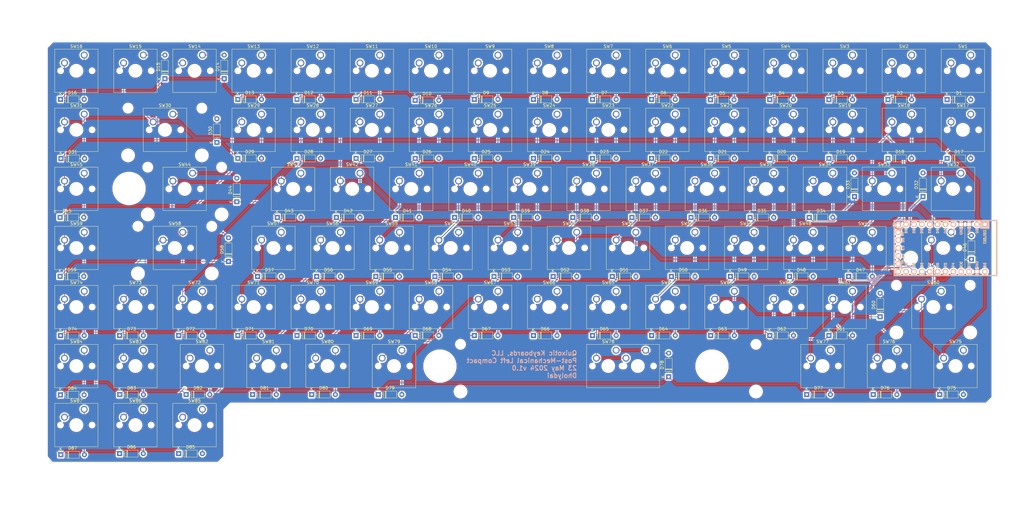
<source format=kicad_pcb>
(kicad_pcb (version 20240108) (generator "pcbnew") (generator_version "8.0")
  (title_block (title "Post-Mechanical Left Compact") (date "2024-05-23") (rev "1.0") (company "Quixotic Keyboards, LLC"))
  (layers (0 "F.Cu" signal) (31 "B.Cu" signal) (34 "B.Paste" user) (35 "F.Paste" user) (36 "B.SilkS" user "B.Silkscreen") (37 "F.SilkS" user "F.Silkscreen") (38 "B.Mask" user) (39 "F.Mask" user) (44 "Edge.Cuts" user))
  (net 0 "")
  (net 1 "Net-(D1-A)")
  (net 2 "Row0")
  (net 3 "Net-(D2-A)")
  (net 4 "Net-(D3-A)")
  (net 5 "Net-(D4-A)")
  (net 6 "Net-(D5-A)")
  (net 7 "Net-(D6-A)")
  (net 8 "Net-(D7-A)")
  (net 9 "Net-(D8-A)")
  (net 10 "Net-(D9-A)")
  (net 11 "Net-(D10-A)")
  (net 12 "Net-(D11-A)")
  (net 13 "Net-(D12-A)")
  (net 14 "Net-(D13-A)")
  (net 15 "Net-(D14-A)")
  (net 16 "Net-(D15-A)")
  (net 17 "Net-(D16-A)")
  (net 18 "Net-(D17-A)")
  (net 19 "Row1")
  (net 20 "Net-(D18-A)")
  (net 21 "Net-(D19-A)")
  (net 22 "Net-(D20-A)")
  (net 23 "Net-(D21-A)")
  (net 24 "Net-(D22-A)")
  (net 25 "Net-(D23-A)")
  (net 26 "Row5")
  (net 27 "Net-(D24-A)")
  (net 28 "Net-(D25-A)")
  (net 29 "Net-(D26-A)")
  (net 30 "Net-(D27-A)")
  (net 31 "Net-(D28-A)")
  (net 32 "Net-(D29-A)")
  (net 33 "Net-(D30-A)")
  (net 34 "Net-(D31-A)")
  (net 35 "Net-(D32-A)")
  (net 36 "Net-(D33-A)")
  (net 37 "Row2")
  (net 38 "Net-(D34-A)")
  (net 39 "Net-(D35-A)")
  (net 40 "Net-(D36-A)")
  (net 41 "Net-(D37-A)")
  (net 42 "Net-(D38-A)")
  (net 43 "Net-(D39-A)")
  (net 44 "Net-(D40-A)")
  (net 45 "Net-(D41-A)")
  (net 46 "Net-(D42-A)")
  (net 47 "Net-(D43-A)")
  (net 48 "Net-(D51-A)")
  (net 49 "Row3")
  (net 50 "Net-(D52-A)")
  (net 51 "Net-(D53-A)")
  (net 52 "Net-(D54-A)")
  (net 53 "Net-(D55-A)")
  (net 54 "Net-(D56-A)")
  (net 55 "Net-(D57-A)")
  (net 56 "Net-(D62-A)")
  (net 57 "Net-(D63-A)")
  (net 58 "Net-(D64-A)")
  (net 59 "Net-(D65-A)")
  (net 60 "Net-(D66-A)")
  (net 61 "Net-(D67-A)")
  (net 62 "Row4")
  (net 63 "Net-(D68-A)")
  (net 64 "Net-(D69-A)")
  (net 65 "Net-(D70-A)")
  (net 66 "Net-(D71-A)")
  (net 67 "Net-(D72-A)")
  (net 68 "Net-(D73-A)")
  (net 69 "Net-(D74-A)")
  (net 70 "Net-(D80-A)")
  (net 71 "Net-(D81-A)")
  (net 72 "Net-(D82-A)")
  (net 73 "Net-(D83-A)")
  (net 74 "Net-(D84-A)")
  (net 75 "Net-(D85-A)")
  (net 76 "Net-(D86-A)")
  (net 77 "Net-(D87-A)")
  (net 78 "Col0")
  (net 79 "Col1")
  (net 80 "Col2")
  (net 81 "Col3")
  (net 82 "Col4")
  (net 83 "Col5")
  (net 84 "Col6")
  (net 85 "Col7")
  (net 86 "Col8")
  (net 87 "Col9")
  (net 88 "Col10")
  (net 89 "Col11")
  (net 90 "Col12")
  (net 91 "Col13")
  (net 92 "Col14")
  (net 93 "Col15")
  (net 94 "Net-(D48-A)")
  (net 95 "Net-(D49-A)")
  (net 96 "Net-(D50-A)")
  (net 97 "Net-(D44-A)")
  (net 98 "Net-(D45-A)")
  (net 99 "Net-(D46-A)")
  (net 100 "Net-(D47-A)")
  (net 101 "Net-(D58-A)")
  (net 102 "Net-(D59-A)")
  (net 103 "Net-(D60-A)")
  (net 104 "Net-(D61-A)")
  (net 105 "Net-(D75-A)")
  (net 106 "Net-(D76-A)")
  (net 107 "Net-(D77-A)")
  (net 108 "Net-(D78-A)")
  (net 109 "Net-(D79-A)")
  (net 110 "GND")
  (net 111 "+5V")
  (footprint "Diode_THT:D_DO-35_SOD27_P7.62mm_Horizontal" (layer "F.Cu") (at 195.845 122.845)
    (property "Reference" "D40")
    (property "Value" "1N4148")
  )
  (footprint "Button_Switch_Keyboard:SW_Cherry_MX_1.00u_PCB" (layer "F.Cu") (at 171.715 89.5075)
    (property "Reference" "SW27")
    (property "Value" "SW_Push")
  )
  (footprint "Diode_THT:D_DO-35_SOD27_P7.62mm_Horizontal" (layer "F.Cu") (at 214.895 122.845)
    (property "Reference" "D39")
    (property "Value" "1N4148")
  )
  (footprint "Button_Switch_Keyboard:SW_Cherry_MX_1.00u_PCB" (layer "F.Cu") (at 279.665 108.5575)
    (property "Reference" "SW36")
    (property "Value" "SW_Push")
  )
  (footprint "Button_Switch_Keyboard:SW_Cherry_MX_2.00u_PCB" (layer "F.Cu") (at 352.685 146.6575)
    (property "Reference" "SW60")
    (property "Value" "SW_Push")
  )
  (footprint "Button_Switch_Keyboard:SW_Cherry_MX_1.00u_PCB" (layer "F.Cu") (at 76.465 70.4575)
    (property "Reference" "SW16")
    (property "Value" "SW_Push")
  )
  (footprint "Diode_THT:D_DO-35_SOD27_P7.62mm_Horizontal" (layer "F.Cu") (at 297.445 160.945)
    (property "Reference" "D62")
    (property "Value" "1N4148")
  )
  (footprint "Diode_THT:D_DO-35_SOD27_P7.62mm_Horizontal" (layer "F.Cu") (at 272.045 122.845)
    (property "Reference" "D36")
    (property "Value" "1N4148")
  )
  (footprint "Button_Switch_Keyboard:SW_Cherry_MX_1.25u_PCB" (layer "F.Cu") (at 116.9425 165.7075)
    (property "Reference" "SW82")
    (property "Value" "SW_Push")
  )
  (footprint "Diode_THT:D_DO-35_SOD27_P7.62mm_Horizontal" (layer "F.Cu") (at 170.455 141.895)
    (property "Reference" "D55")
    (property "Value" "1N4148")
  )
  (footprint "Diode_THT:D_DO-35_SOD27_P7.62mm_Horizontal" (layer "F.Cu") (at 265.705 141.895)
    (property "Reference" "D50")
    (property "Value" "1N4148")
  )
  (footprint "Diode_THT:D_DO-35_SOD27_P7.62mm_Horizontal" (layer "F.Cu") (at 164.095 84.745)
    (property "Reference" "D11")
    (property "Value" "1N4148")
  )
  (footprint "Button_Switch_Keyboard:SW_Cherry_MX_1.00u_PCB" (layer "F.Cu") (at 286.015 70.4575)
    (property "Reference" "SW5")
    (property "Value" "SW_Push")
  )
  (footprint "Diode_THT:D_DO-35_SOD27_P7.62mm_Horizontal" (layer "F.Cu") (at 324.725 116.1175 90)
    (property "Reference" "D33")
    (property "Value" "1N4148")
  )
  (footprint "Button_Switch_Keyboard:SW_Cherry_MX_1.00u_PCB" (layer "F.Cu") (at 133.615 70.4575)
    (property "Reference" "SW13")
    (property "Value" "SW_Push")
  )
  (footprint "Button_Switch_Keyboard:SW_Cherry_MX_1.00u_PCB" (layer "F.Cu") (at 146.315 108.5575)
    (property "Reference" "SW43")
    (property "Value" "SW_Push")
  )
  (footprint "Button_Switch_Keyboard:SW_Cherry_MX_1.00u_PCB" (layer "F.Cu") (at 311.425 127.6075)
    (property "Reference" "SW48")
    (property "Value" "SW_Push")
  )
  (footprint "Diode_THT:D_DO-35_SOD27_P7.62mm_Horizontal" (layer "F.Cu") (at 68.815 180.0975)
    (property "Reference" "D84")
    (property "Value" "1N4148")
  )
  (footprint "Button_Switch_Keyboard:SW_Cherry_MX_1.00u_PCB" (layer "F.Cu") (at 95.51125 165.7075)
    (property "Reference" "SW83")
    (property "Value" "SW_Push")
  )
  (footprint "Button_Switch_Keyboard:SW_Cherry_MX_1.00u_PCB" (layer "F.Cu") (at 241.565 108.5575)
    (property "Reference" "SW38")
    (property "Value" "SW_Push")
  )
  (footprint "Diode_THT:D_DO-35_SOD27_P7.62mm_Horizontal" (layer "F.Cu") (at 316.495 160.945)
    (property "Reference" "D61")
    (property "Value" "1N4148")
  )
  (footprint "Diode_THT:D_DO-35_SOD27_P7.62mm_Horizontal" (layer "F.Cu") (at 106.935 199.045)
    (property "Reference" "D85")
    (property "Value" "1N4148")
  )
  (footprint "Button_Switch_Keyboard:SW_Cherry_MX_1.00u_PCB" (layer "F.Cu") (at 216.175 127.6075)
    (property "Reference" "SW53")
    (property "Value" "SW_Push")
  )
  (footprint "Diode_THT:D_DO-35_SOD27_P7.62mm_Horizontal" (layer "F.Cu") (at 145.045 103.795)
    (property "Reference" "D28")
    (property "Value" "1N4148")
  )
  (footprint "Button_Switch_Keyboard:SW_Cherry_MX_1.00u_PCB" (layer "F.Cu") (at 114.555 184.7575)
    (property "Reference" "SW85")
    (property "Value" "SW_Push")
  )
  (footprint "Button_Switch_Keyboard:SW_Cherry_MX_1.00u_PCB" (layer "F.Cu") (at 165.365 108.5575)
    (property "Reference" "SW42")
    (property "Value" "SW_Push")
  )
  (footprint "Button_Switch_Keyboard:SW_Cherry_MX_1.00u_PCB" (layer "F.Cu") (at 305.065 89.5075)
    (property "Reference" "SW20")
    (property "Value" "SW_Push")
  )
  (footprint "Button_Switch_Keyboard:SW_Cherry_MX_1.00u_PCB" (layer "F.Cu") (at 273.325 127.6075)
    (property "Reference" "SW50")
    (property "Value" "SW_Push")
  )
  (footprint "Button_Switch_Keyboard:SW_Cherry_MX_1.00u_PCB" (layer "F.Cu") (at 95.515 146.6575)
    (property "Reference" "SW73")
    (property "Value" "SW_Push")
  )
  (footprint "Button_Switch_Keyboard:SW_Cherry_MX_1.00u_PCB" (layer "F.Cu") (at 266.965 70.4575)
    (property "Reference" "SW6")
    (property "Value" "SW_Push")
  )
  (footprint "Diode_THT:D_DO-35_SOD27_P7.62mm_Horizontal" (layer "F.Cu") (at 346.805 116.1175 90)
    (property "Reference" "D32")
    (property "Value" "1N4148")
  )
  (footprint "Diode_THT:D_DO-35_SOD27_P7.62mm_Horizontal" (layer "F.Cu") (at 183.145 160.945)
    (property "Reference" "D68")
    (property "Value" "1N4148")
  )
  (footprint "Button_Switch_Keyboard:SW_Cherry_MX_1.00u_PCB" (layer "F.Cu") (at 317.76625 108.555)
    (property "Reference" "SW34")
    (property "Value" "SW_Push")
  )
  (footprint "Button_Switch_Keyboard:SW_Cherry_MX_1.00u_PCB" (layer "F.Cu") (at 247.915 146.6575)
    (property "Reference" "SW65")
    (property "Value" "SW_Push")
  )
  (footprint "Diode_THT:D_DO-35_SOD27_P7.62mm_Horizontal" (layer "F.Cu") (at 132.355 141.895)
    (property "Reference" "D57")
    (property "Value" "1N4148")
  )
  (footprint "Button_Switch_Keyboard:SW_Cherry_MX_1.00u_PCB" (layer "F.Cu") (at 138.37375 165.7075)
    (property "Reference" "SW81")
    (property "Value" "SW_Push")
  )
  (footprint "Diode_THT:D_DO-35_SOD27_P7.62mm_Horizontal" (layer "F.Cu") (at 157.745 122.845)
    (property "Reference" "D42")
    (property "Value" "1N4148")
  )
  (footprint "Diode_THT:D_DO-35_SOD27_P7.62mm_Horizontal" (layer "F.Cu") (at 297.445 103.795)
    (property "Reference" "D20")
    (property "Value" "1N4148")
  )
  (footprint "Diode_THT:D_DO-35_SOD27_P7.62mm_Horizontal" (layer "F.Cu") (at 333.005 154.8975 90)
    (property "Reference" "D60")
    (property "Value" "1N4148")
  )
  (footprint "Diode_THT:D_DO-35_SOD27_P7.62mm_Horizontal" (layer "F.Cu") (at 68.705 122.8275)
    (property "Reference" "D45")
    (property "Value" "1N4148")
  )
  (footprint "Button_Switch_Keyboard:SW_Cherry_MX_1.00u_PCB" (layer "F.Cu") (at 247.915 89.5075)
    (property "Reference" "SW23")
    (property "Value" "SW_Push")
  )
  (footprint "Diode_THT:D_DO-35_SOD27_P7.62mm_Horizontal" (layer "F.Cu") (at 221.245 103.795)
    (property "Reference" "D24")
    (property "Value" "1N4148")
  )
  (footprint "Diode_THT:D_DO-35_SOD27_P7.62mm_Horizontal" (layer "F.Cu") (at 352.21 179.995)
    (property "Reference" "D75")
    (property "Value" "1N4148")
  )
  (footprint "Diode_THT:D_DO-35_SOD27_P7.62mm_Horizontal" (layer "F.Cu") (at 354.59 103.795)
    (property "Reference" "D17")
    (property "Value" "1N4148")
  )
  (footprint "Button_Switch_Keyboard:SW_Cherry_MX_1.00u_PCB" (layer "F.Cu") (at 190.765 70.4575)
    (property "Reference" "SW10")
    (property "Value" "SW_Push")
  )
  (footprint "Button_Switch_Keyboard:SW_Cherry_MX_1.00u_PCB" (layer "F.Cu") (at 152.665 70.4575)
    (property "Reference" "SW12")
    (property "Value" "SW_Push")
  )
  (footprint "Diode_THT:D_DO-35_SOD27_P7.62mm_Horizontal" (layer "F.Cu") (at 252.995 122.845)
    (property "Reference" "D37")
    (property "Value" "1N4148")
  )
  (footprint "Diode_THT:D_DO-35_SOD27_P7.62mm_Horizontal" (layer "F.Cu") (at 138.695 122.845)
    (property "Reference" "D43")
    (property "Value" "1N4148")
  )
  (footprint "Button_Switch_Keyboard:SW_Cherry_MX_1.00u_PCB" (layer "F.Cu") (at 171.715 146.6575)
    (property "Reference" "SW69")
    (property "Value" "SW_Push")
  )
  (footprint "Button_Switch_Keyboard:SW_Cherry_MX_1.00u_PCB" (layer "F.Cu") (at 76.475 146.6675)
    (property "Reference" "SW74")
    (property "Value" "SW_Push")
  )
  (footprint "Button_Switch_Keyboard:SW_Cherry_MX_1.00u_PCB" (layer "F.Cu") (at 266.965 146.6575)
    (property "Reference" "SW64")
    (property "Value" "SW_Push")
  )
  (footprint "Diode_THT:D_DO-35_SOD27_P7.62mm_Horizontal" (layer "F.Cu") (at 125.655 117.7975 90)
    (property "Reference" "D44")
    (property "Value" "1N4148")
  )
  (footprint "Button_Switch_Keyboard:SW_Cherry_MX_1.00u_PCB" (layer "F.Cu") (at 76.475 127.6175)
    (property "Reference" "SW59")
    (property "Value" "SW_Push")
  )
  (footprint "Diode_THT:D_DO-35_SOD27_P7.62mm_Horizontal" (layer "F.Cu") (at 202.195 103.795)
    (property "Reference" "D25")
    (property "Value" "1N4148")
  )
  (footprint "Diode_THT:D_DO-35_SOD27_P7.62mm_Horizontal" (layer "F.Cu") (at 145.045 84.745)
    (property "Reference" "D12")
    (property "Value" "1N4148")
  )
  (footprint "Diode_THT:D_DO-35_SOD27_P7.62mm_Horizontal" (layer "F.Cu") (at 145.045 160.945)
    (property "Reference" "D70")
    (property "Value" "1N4148")
  )
  (footprint "Button_Switch_Keyboard:SW_Cherry_MX_1.00u_PCB" (layer "F.Cu") (at 343.165 70.4575)
    (property "Reference" "SW2")
    (property "Value" "SW_Push")
  )
  (footprint "Diode_THT:D_DO-35_SOD27_P7.62mm_Horizontal" (layer "F.Cu") (at 87.935 180.0075)
    (property "Reference" "D83")
    (property "Value" "1N4148")
  )
  (footprint "Button_Switch_Keyboard:SW_Cherry_MX_1.00u_PCB" (layer "F.Cu") (at 190.765 146.6575)
    (property "Reference" "SW68")
    (property "Value" "SW_Push")
  )
  (footprint "Button_Switch_Keyboard:SW_Cherry_MX_1.00u_PCB" (layer "F.Cu") (at 178.075 127.6075)
    (property "Reference" "SW55")
    (property "Value" "SW_Push")
  )
  (footprint "Diode_THT:D_DO-35_SOD27_P7.62mm_Horizontal" (layer "F.Cu") (at 335.545 84.845)
    (property "Reference" "D2")
    (property "Value" "1N4148")
  )
  (footprint "Diode_THT:D_DO-35_SOD27_P7.62mm_Horizontal" (layer "F.Cu") (at 303.805 141.895)
    (property "Reference" "D48")
    (property "Value" "1N4148")
  )
  (footprint "Diode_THT:D_DO-35_SOD27_P7.62mm_Horizontal" (layer "F.Cu") (at 164.095 160.945)
    (property "Reference" "D69")
    (property "Value" "1N4148")
  )
  (footprint "Diode_THT:D_DO-35_SOD27_P7.62mm_Horizontal" (layer "F.Cu") (at 109.3225 179.995)
    (property "Reference" "D82")
    (property "Value" "1N4148" (hide yes))
  )
  (footprint "Button_Switch_Keyboard:SW_Cherry_MX_1.25u_PCB" (layer "F.Cu") (at 359.83 165.7075)
    (property "Reference" "SW75")
    (property "Value" "SW_Push")
  )
  (footprint "Button_Switch_Keyboard:SW_Cherry_MX_1.00u_PCB" (layer "F.Cu") (at 292.375 127.6075)
    (property "Reference" "SW49")
    (property "Value" "SW_Push")
  )
  (footprint "Button_Switch_Keyboard:SW_Cherry_MX_1.00u_PCB" (layer "F.Cu") (at 203.465 108.5575)
    (property "Reference" "SW40")
    (property "Value" "SW_Push")
  )
  (footprint "Diode_THT:D_DO-35_SOD27_P7.62mm_Horizontal" (layer "F.Cu") (at 87.885 199.045)
    (property "Reference" "D86")
    (property "Value" "1N4148")
  )
  (footprint "Diode_THT:D_DO-35_SOD27_P7.62mm_Horizontal" (layer "F.Cu") (at 102.475 78.0875 90)
    (property "Reference" "D15")
    (property "Value" "1N4148")
  )
  (footprint "Button_Switch_Keyboard:SW_Cherry_MX_1.00u_PCB" (layer "F.Cu") (at 76.46125 165.7075)
    (property "Reference" "SW84")
    (property "Value" "SW_Push")
  )
  (footprint "Diode_THT:D_DO-35_SOD27_P7.62mm_Horizontal" (layer "F.Cu") (at 68.965 103.8475)
    (property "Reference" "D31")
    (property "Value" "1N4148")
  )
  (footprint "Diode_THT:D_DO-35_SOD27_P7.62mm_Horizontal" (layer "F.Cu") (at 151.405 141.895)
    (property "Reference" "D56")
    (property "Value" "1N4148")
  )
  (footprint "Diode_THT:D_DO-35_SOD27_P7.62mm_Horizontal" (layer "F.Cu") (at 240.295 103.795)
    (property "Reference" "D23")
    (property "Value" "1N4148")
  )
  (footprint "Button_Switch_Keyboard:SW_Cherry_MX_1.00u_PCB" (layer "F.Cu") (at 286.015 146.6575)
    (property "Reference" "SW63")
    (property "Value" "SW_Push")
  )
  (footprint "Diode_THT:D_DO-35_SOD27_P7.62mm_Horizontal" (layer "F.Cu") (at 183.145 103.795)
    (property "Reference" "D26")
    (property "Value" "1N4148")
  )
  (footprint "Button_Switch_Keyboard:SW_Cherry_MX_1.00u_PCB" (layer "F.Cu") (at 133.615 89.5075)
    (property "Reference" "SW29")
    (property "Value" "SW_Push")
  )
  (footprint "Diode_THT:D_DO-35_SOD27_P7.62mm_Horizontal" (layer "F.Cu") (at 362.435 136.3375 90)
    (property "Reference" "D46")
    (property "Value" "1N4148")
  )
  (footprint "Diode_THT:D_DO-35_SOD27_P7.62mm_Horizontal" (layer "F.Cu") (at 208.555 141.895)
    (property "Reference" "D53")
    (property "Value" "1N4148")
  )
  (footprint "Diode_THT:D_DO-35_SOD27_P7.62mm_Horizontal" (layer "F.Cu") (at 246.655 141.895)
    (property "Reference" "D51")
    (property "Value" "1N4148")
  )
  (footprint "Diode_THT:D_DO-35_SOD27_P7.62mm_Horizontal" (layer "F.Cu") (at 68.695 141.8575)
    (property "Reference" "D59")
    (property "Value" "1N4148")
  )
  (footprint "Diode_THT:D_DO-35_SOD27_P7.62mm_Horizontal" (layer "F.Cu") (at 278.295 84.8775)
    (property "Reference" "D5")
    (property "Value" "1N4148")
  )
  (footprint "Diode_THT:D_DO-35_SOD27_P7.62mm_Horizontal" (layer "F.Cu") (at 354.595 84.845)
    (property "Reference" "D1")
    (property "Value" "1N4148")
  )
  (footprint "Diode_THT:D_DO-35_SOD27_P7.62mm_Horizontal" (layer "F.Cu") (at 125.995 103.795)
    (property "Reference" "D29")
    (property "Value" "1N4148")
  )
  (footprint "Diode_THT:D_DO-35_SOD27_P7.62mm_Horizontal" (layer "F.Cu") (at 125.995 160.945)
    (property "Reference" "D71")
    (property "Value" "1N4148")
  )
  (footprint "Button_Switch_Keyboard:SW_Cherry_MX_1.00u_PCB" (layer "F.Cu") (at 114.565 146.6575)
    (property "Reference" "SW72")
    (property "Value" "SW_Push")
  )
  (footprint "Diode_THT:D_DO-35_SOD27_P7.62mm_Horizontal" (layer "F.Cu") (at 68.92125 199.4075)
    (property "Reference" "D87")
    (property "Value" "1N4148")
  )
  (footprint "Dholydai_MX:SW_Cherry_MX_1.3333u_PCB" (layer "F.Cu") (at 359.035 108.5575)
    (property "Reference" "SW32")
    (property "Value" "SW_Push")
  )
  (footprint "Button_Switch_Keyboard:SW_Cherry_MX_1.00u_PCB" (layer "F.Cu") (at 305.065 146.6575)
    (property "Reference" "SW62")
    (property "Value" "SW_Push")
  )
  (footprint "Button_Switch_Keyboard:SW_Cherry_MX_1.25u_PCB" (layer "F.Cu") (at 316.9675 165.7075)
    (property "Reference" "SW77")
    (property "Value" "SW_Push")
  )
  (footprint "Button_Switch_Keyboard:SW_Cherry_MX_1.00u_PCB" (layer "F.Cu") (at 139.975 127.6075)
    (property "Reference" "SW57")
    (property "Value" "SW_Push")
  )
  (footprint "Dholydai_MX:SW_Cherry_MX_6.00u_PCB_Stagger" (layer "F.Cu") (at 247.91125 165.7075)
    (property "Reference" "SW78")
    (property "Value" "SW_Push")
  )
  (footprint "Button_Switch_Keyboard:SW_Cherry_MX_1.00u_PCB" (layer "F.Cu") (at 254.275 127.6075)
    (property "Reference" "SW51")
    (property "Value" "SW_Push")
  )
  (footprint "Diode_THT:D_DO-35_SOD27_P7.62mm_Horizontal" (layer "F.Cu") (at 221.245 160.945)
    (property "Reference" "D66")
    (property "Value" "1N4148")
  )
  (footprint "Keebio_Parts:Elite-C" (layer "F.Cu") (at 352.795 132.7075 180)
    (property "Reference" "U1" (hide yes))
    (property "Value" "Elite-C" (hide yes))
  )
  (footprint "Button_Switch_Keyboard:SW_Cherry_MX_1.00u_PCB" (layer "F.Cu") (at 209.815 146.6575)
    (property "Reference" "SW67")
    (property "Value" "SW_Push")
  )
  (footprint "Diode_THT:D_DO-35_SOD27_P7.62mm_Horizontal" (layer "F.Cu") (at 284.755 141.895)
    (property "Reference" "D49")
    (property "Value" "1N4148")
  )
  (footprint "Diode_THT:D_DO-35_SOD27_P7.62mm_Horizontal" (layer "F.Cu") (at 171.235 179.995)
    (property "Reference" "D79")
    (property "Value" "1N4148")
  )
  (footprint "Diode_THT:D_DO-35_SOD27_P7.62mm_Horizontal" (layer "F.Cu") (at 106.945 160.945)
    (property "Reference" "D72")
    (property "Value" "1N4148")
  )
  (footprint "Diode_THT:D_DO-35_SOD27_P7.62mm_Horizontal" (layer "F.Cu") (at 176.795 122.845)
    (property "Reference" "D41")
    (property "Value" "1N4148")
  )
  (footprint "Button_Switch_Keyboard:SW_Cherry_MX_1.00u_PCB" (layer "F.Cu") (at 324.115 89.5075)
    (property "Reference" "SW19")
    (property "Value" "SW_Push")
  )
  (footprint "Button_Switch_Keyboard:SW_Cherry_MX_1.00u_PCB" (layer "F.Cu") (at 95.505 184.7575)
    (property "Reference" "SW86")
    (property "Value" "SW_Push")
  )
  (footprint "Diode_THT:D_DO-35_SOD27_P7.62mm_Horizontal" (layer "F.Cu") (at 330.77875 179.995)
    (property "Reference" "D76")
    (property "Value" "1N4148")
  )
  (footprint "Diode_THT:D_DO-35_SOD27_P7.62mm_Horizontal" (layer "F.Cu") (at 259.345 160.945)
    (property "Reference" "D64")
    (property "Value" "1N4148")
  )
  (footprint "Button_Switch_Keyboard:SW_Cherry_MX_2.00u_PCB" (layer "F.Cu") (at 105.035 89.5075)
    (property "Reference" "SW30")
    (property "Value" "SW_Push")
  )
  (footprint "Diode_THT:D_DO-35_SOD27_P7.62mm_Horizontal" (layer "F.Cu") (at 130.75375 179.995)
    (property "Reference" "D81")
    (property "Value" "1N4148")
  )
  (footprint "Button_Switch_Keyboard:SW_Cherry_MX_1.00u_PCB" (layer "F.Cu") (at 184.415 108.5575)
    (property "Reference" "SW41")
    (property "Value" "SW_Push")
  )
  (footprint "Diode_THT:D_DO-35_SOD27_P7.62mm_Horizontal" (layer "F.Cu") (at 122.985 137.0475 90)
    (property "Reference" "D58")
    (property "Value" "1N4148")
  )
  (footprint "Diode_THT:D_DO-35_SOD27_P7.62mm_Horizontal" (layer "F.Cu") (at 316.495 103.795)
    (property "Reference" "D19")
    (property "Value" "1N4148")
  )
  (footprint "Diode_THT:D_DO-35_SOD27_P7.62mm_Horizontal" (layer "F.Cu") (at 183.145 85.0625)
    (property "Reference" "D10")
    (property "Value" "1N4148")
  )
  (footprint "Dholydai_MX:SW_Cherry_MX_2.6666u_PCB" (layer "F.Cu") (at 111.39 108.5575)
    (property "Reference" "SW44")
    (property "Value" "SW_Push")
  )
  (footprint "Button_Switch_Keyboard:SW_Cherry_MX_1.00u_PCB" (layer "F.Cu") (at 343.165 89.5075)
    (property "Reference" "SW18")
    (property "Value" "SW_Push")
  )
  (footprint "Button_Switch_Keyboard:SW_Cherry_MX_1.00u_PCB" (layer "F.Cu") (at 247.915 70.4575)
    (property "Reference" "SW7")
    (property "Value" "SW_Push")
  )
  (footprint "Button_Switch_Keyboard:SW_Cherry_MX_1.00u_PCB" (layer "F.Cu") (at 305.065 70.4575)
    (property "Reference" "SW4")
    (property "Value" "SW_Push")
  )
  (footprint "Diode_THT:D_DO-35_SOD27_P7.62mm_Horizontal" (layer "F.Cu") (at 259.345 103.795)
    (property "Reference" "D22")
    (property "Value" "1N4148")
  )
  (footprint "Button_Switch_Keyboard:SW_Cherry_MX_1.00u_PCB" (layer "F.Cu") (at 76.465 108.5575)
    (property "Reference" "SW45")
    (property "Value" "SW_Push")
  )
  (footprint "Button_Switch_Keyboard:SW_Cherry_MX_1.00u_PCB" (layer "F.Cu") (at 76.455 184.7575)
    (property "Reference" "SW87")
    (property "Value" "SW_Push")
  )
  (footprint "Button_Switch_Keyboard:SW_Cherry_MX_1.00u_PCB" (layer "F.Cu") (at 362.215 70.4575)
    (property "Reference" "SW1")
    (property "Value" "SW_Push")
  )
  (footprint "Diode_THT:D_DO-35_SOD27_P7.62mm_Horizontal" (layer "F.Cu") (at 291.095 122.845)
    (property "Reference" "D35")
    (property "Value" "1N4148")
  )
  (footprint "Diode_THT:D_DO-35_SOD27_P7.62mm_Horizontal" (layer "F.Cu") (at 125.995 84.745)
    (property "Reference" "D13")
    (property "Value" "1N4148")
  )
  (footprint "Button_Switch_Keyboard:SW_Cherry_MX_1.00u_PCB" (layer "F.Cu") (at 197.125 127.6075)
    (property "Reference" "SW54")
    (property "Value" "SW_Push")
  )
  (footprint "Diode_THT:D_DO-35_SOD27_P7.62mm_Horizontal" (layer "F.Cu") (at 278.395 103.795)
    (property "Reference" "D21")
    (property "Value" "1N4148")
  )
  (footprint "Diode_THT:D_DO-35_SOD27_P7.62mm_Horizontal" (layer "F.Cu") (at 221.245 84.745)
    (property "Reference" "D8")
    (property "Value" "1N4148")
  )
  (footprint "Diode_THT:D_DO-35_SOD27_P7.62mm_Horizontal" (layer "F.Cu") (at 309.3475 179.995)
    (property "Reference" "D77")
    (property "Value" "1N4148")
  )
  (footprint "Button_Switch_Keyboard:SW_Cherry_MX_1.00u_PCB" (layer "F.Cu") (at 209.815 89.5075)
    (property "Reference" "SW25")
    (property "Value" "SW_Push")
  )
  (footprint "Button_Switch_Keyboard:SW_Cherry_MX_1.00u_PCB" (layer "F.Cu") (at 76.465 89.5075)
    (property "Reference" "SW31")
    (property "Value" "SW_Push")
  )
  (footprint "Button_Switch_Keyboard:SW_Cherry_MX_1.00u_PCB" (layer "F.Cu") (at 228.865 70.4575)
    (property "Reference" "SW8")
    (property "Value" "SW_Push")
  )
  (footprint "Button_Switch_Keyboard:SW_Cherry_MX_1.00u_PCB" (layer "F.Cu") (at 159.025 127.6075)
    (property "Reference" "SW56")
    (property "Value" "SW_Push")
  )
  (footprint "Diode_THT:D_DO-35_SOD27_P7.62mm_Horizontal" (layer "F.Cu") (at 264.845 174.2575 90)
    (property "Reference" "D78")
    (property "Value" "1N4148")
  )
  (footprint "Button_Switch_Keyboard:SW_Cherry_MX_1.00u_PCB" (layer "F.Cu") (at 222.515 108.5575)
    (property "Reference" "SW39")
    (property "Value" "SW_Push")
  )
  (footprint "Diode_THT:D_DO-35_SOD27_P7.62mm_Horizontal" (layer "F.Cu") (at 322.855 141.895)
    (property "Reference" "D47")
    (property "Value" "1N4148")
  )
  (footprint "Diode_THT:D_DO-35_SOD27_P7.62mm_Horizontal" (layer "F.Cu") (at 202.195 84.745)
    (property "Reference" "D9")
    (property "Value" "1N4148")
  )
  (footprint "Diode_THT:D_DO-35_SOD27_P7.62mm_Horizontal" (layer "F.Cu") (at 87.895 160.945)
    (property "Reference" "D73")
    (property "Value" "1N4148")
  )
  (footprint "Button_Switch_Keyboard:SW_Cherry_MX_1.00u_PCB" (layer "F.Cu") (at 324.115 70.4575)
    (property "Reference" "SW3")
    (property "Value" "SW_Push")
  )
  (footprint "Diode_THT:D_DO-35_SOD27_P7.62mm_Horizontal" (layer "F.Cu") (at 227.605 141.895)
    (property "Reference" "D52")
    (property "Value" "1N4148")
  )
  (footprint "Diode_THT:D_DO-35_SOD27_P7.62mm_Horizontal" (layer "F.Cu") (at 297.445 84.845)
    (property "Reference" "D4")
    (property "Value" "1N4148")
  )
  (footprint "Button_Switch_Keyboard:SW_Cherry_MX_1.00u_PCB" (layer "F.Cu") (at 133.615 146.6575)
    (property "Reference" "SW71")
    (property "Value" "SW_Push")
  )
  (footprint "Button_Switch_Keyboard:SW_Cherry_MX_1.00u_PCB" (layer "F.Cu") (at 228.865 89.5075)
    (property "Reference" "SW24")
    (property "Value" "SW_Push")
  )
  (footprint "Button_Switch_Keyboard:SW_Cherry_MX_1.00u_PCB" (layer "F.Cu") (at 171.715 70.4575)
    (property "Reference" "SW11")
    (property "Value" "SW_Push")
  )
  (footprint "Diode_THT:D_DO-35_SOD27_P7.62mm_Horizontal" (layer "F.Cu") (at 316.495 84.845)
    (property "Reference" "D3")
    (property "Value" "1N4148")
  )
  (footprint "Diode_THT:D_DO-35_SOD27_P7.62mm_Horizontal" (layer "F.Cu") (at 149.80375 179.995)
    (property "Reference" "D80")
    (property "Value" "1N4148")
  )
  (footprint "Dholydai_MX:SW_Cherry_MX_1.6666u_PCB" (layer "F.Cu") (at 355.875 127.6075)
    (property "Reference" "SW46")
    (property "Value" "SW_Push")
  )
  (footprint "Diode_THT:D_DO-35_SOD27_P7.62mm_Horizontal" (layer "F.Cu") (at 233.945 122.845)
    (property "Reference" "D38")
    (property "Value" "1N4148")
  )
  (footprint "Button_Switch_Keyboard:SW_Cherry_MX_1.00u_PCB" (layer "F.Cu") (at 286.015 89.5075)
    (property "Reference" "SW21")
    (property "Value" "SW_Push")
  )
  (footprint "Diode_THT:D_DO-35_SOD27_P7.62mm_Horizontal" (layer "F.Cu") (at 240.295 160.945)
    (property "Reference" "D65")
    (property "Value" "1N4148")
  )
  (footprint "Diode_THT:D_DO-35_SOD27_P7.62mm_Horizontal" (layer "F.Cu") (at 68.855 160.955)
    (property "Reference" "D74")
    (property "Value" "1N4148")
  )
  (footprint "Dholydai_MX:SW_Cherry_MX_2.3333u_PCB" (layer "F.Cu") (at 108.225 127.6175)
    (property "Reference" "SW58")
    (property "Value" "SW_Push")
  )
  (footprint "Button_Switch_Keyboard:SW_Cherry_MX_1.00u_PCB" (layer "F.Cu") (at 235.225 127.6075)
    (property "Reference" "SW52")
    (property "Value" "SW_Push")
  )
  (footprint "Diode_THT:D_DO-35_SOD27_P7.62mm_Horizontal" (layer "F.Cu") (at 310.14625 122.8425)
    (property "Reference" "D34")
    (property "Value" "1N4148")
  )
  (footprint "Button_Switch_Keyboard:SW_Cherry_MX_1.00u_PCB" (layer "F.Cu") (at 324.115 146.6575)
    (property "Reference" "SW61")
    (property "Value" "SW_Push")
  )
  (footprint "Button_Switch_Keyboard:SW_Cherry_MX_1.25u_PCB" (layer "F.Cu") (at 178.855 165.7075)
    (property "Reference" "SW79")
    (property "Value" "SW_Push")
  )
  (footprint "Button_Switch_Keyboard:SW_Cherry_MX_1.00u_PCB" (layer "F.Cu") (at 209.815 70.4575)
    (property "Reference" "SW9")
    (property "Value" "SW_Push")
  )
  (footprint "Diode_THT:D_DO-35_SOD27_P7.62mm_Horizontal" (layer "F.Cu") (at 121.595 78.0875 90)
    (property "Reference" "D14")
    (property "Value" "1N4148")
  )
  (footprint "Button_Switch_Keyboard:SW_Cherry_MX_1.00u_PCB" (layer "F.Cu") (at 336.81625 108.555)
    (property "Reference" "SW33")
    (property "Value" "SW_Push")
  )
  (footprint "Diode_THT:D_DO-35_SOD27_P7.62mm_Horizontal" (layer "F.Cu") (at 240.295 84.745)
    (property "Reference" "D7")
    (property "Value" "1N4148")
  )
  (footprint "Button_Switch_Keyboard:SW_Cherry_MX_1.00u_PCB" (layer "F.Cu") (at 114.565 70.4575)
    (property "Reference" "SW14")
    (property "Value" "SW_Push")
  )
  (footprint "Diode_THT:D_DO-35_SOD27_P7.62mm_Horizontal" (layer "F.Cu") (at 119.235 98.6275 90)
    (property "Reference" "D30")
    (property "Value" "1N4148")
  )
  (footprint "Button_Switch_Keyboard:SW_Cherry_MX_1.00u_PCB" (layer "F.Cu") (at 266.965 89.5075)
    (property "Reference" "SW22")
    (property "Value" "SW_Push")
  )
  (footprint "Button_Switch_Keyboard:SW_Cherry_MX_1.00u_PCB" (layer "F.Cu") (at 95.515 70.4575)
    (property "Reference" "SW15")
    (property "Value" "SW_Push")
  )
  (footprint "Diode_THT:D_DO-35_SOD27_P7.62mm_Horizontal" (layer "F.Cu") (at 164.095 103.795)
    (property "Reference" "D27")
    (property "Value" "1N4148")
  )
  (footprint "Button_Switch_Keyboard:SW_Cherry_MX_1.00u_PCB" (layer "F.Cu") (at 260.615 108.5575)
    (property "Reference" "SW37")
    (property "Value" "SW_Push")
  )
  (footprint "Diode_THT:D_DO-35_SOD27_P7.62mm_Horizontal" (layer "F.Cu") (at 189.505 141.895)
    (property "Reference" "D54")
    (property "Value" "1N4148")
  )
  (footprint "Button_Switch_Keyboard:SW_Cherry_MX_1.00u_PCB" (layer "F.Cu") (at 157.42375 165.7075)
    (property "Reference" "SW80")
    (property "Value" "SW_Push")
  )
  (footprint "Button_Switch_Keyboard:SW_Cherry_MX_1.00u_PCB" (layer "F.Cu") (at 338.39875 165.7075)
    (property "Reference" "SW76")
    (property "Value" "SW_Push")
  )
  (footprint "Diode_THT:D_DO-35_SOD27_P7.62mm_Horizontal" (layer "F.Cu") (at 202.195 160.945)
    (property "Reference" "D67")
    (property "Value" "1N4148")
  )
  (footprint "Diode_THT:D_DO-35_SOD27_P7.62mm_Horizontal" (layer "F.Cu") (at 278.395 160.945)
    (property "Reference" "D63")
    (property "Value" "1N4148")
  )
  (footprint "Diode_THT:D_DO-35_SOD27_P7.62mm_Horizontal" (layer "F.Cu") (at 68.845 84.745)
    (property "Reference" "D16")
    (property "Value" "1N4148")
  )
  (footprint "Button_Switch_Keyboard:SW_Cherry_MX_1.00u_PCB" (layer "F.Cu") (at 152.665 146.6575)
    (property "Reference" "SW70")
    (property "Value" "SW_Push")
  )
  (footprint "Button_Switch_Keyboard:SW_Cherry_MX_1.00u_PCB" (layer "F.Cu") (at 228.865 146.6575)
    (property "Reference" "SW66")
    (property "Value" "SW_Push")
  )
  (footprint "Button_Switch_Keyboard:SW_Cherry_MX_1.00u_PCB" (layer "F.Cu") (at 330.475 127.6075)
    (property "Reference" "SW47")
    (property "Value" "SW_Push")
  )
  (footprint "Button_Switch_Keyboard:SW_Cherry_MX_1.00u_PCB" (layer "F.Cu") (at 190.765 89.5075)
    (property "Reference" "SW26")
    (property "Value" "SW_Push")
  )
  (footprint "Button_Switch_Keyboard:SW_Cherry_MX_1.00u_PCB" (layer "F.Cu") (at 362.21 89.5075)
    (property "Reference" "SW17")
    (property "Value" "SW_Push")
  )
  (footprint "Diode_THT:D_DO-35_SOD27_P7.62mm_Horizontal" (layer "F.Cu") (at 335.545 103.795)
    (property "Reference" "D18")
    (property "Value" "1N4148")
  )
  (footprint "Button_Switch_Keyboard:SW_Cherry_MX_1.00u_PCB" (layer "F.Cu") (at 152.665 89.5075)
    (property "Reference" "SW28")
    (property "Value" "SW_Push")
  )
  (footprint "Button_Switch_Keyboard:SW_Cherry_MX_1.00u_PCB" (layer "F.Cu") (at 298.715 108.5575)
    (property "Reference" "SW35")
    (property "Value" "SW_Push")
  )
  (footprint "Diode_THT:D_DO-35_SOD27_P7.62mm_Horizontal" (layer "F.Cu") (at 259.345 84.745)
    (property "Reference" "D6")
    (property "Value" "1N4148")
  )
  (gr_line (start 121.655 184.9575) (end 121.655 200.0449) (stroke (width 0.05)) (layer "Edge.Cuts"))
  (gr_line (start 64.365 67.985) (end 66.365 65.9874) (stroke (width 0.05)) (layer "Edge.Cuts"))
  (gr_line (start 121.655 200.0449) (end 119.665 202.0449) (stroke (width 0.05)) (layer "Edge.Cuts"))
  (gr_line (start 66.0365 202.0449) (end 119.665 202.0449) (stroke (width 0.05)) (layer "Edge.Cuts"))
  (gr_circle (center 278.8 170.8) (end 283.800799 170.8) (stroke (width 0.05)) (fill none) (layer "Edge.Cuts"))
  (gr_line (start 123.665 182.9575) (end 121.655 184.9575) (stroke (width 0.05)) (layer "Edge.Cuts"))
  (gr_circle (center 342.88 135.95) (end 344.88 135.95) (stroke (width 0.05)) (fill none) (layer "Edge.Cuts"))
  (gr_line (start 64.365 67.985) (end 64.365 200.0449) (stroke (width 0.05)) (layer "Edge.Cuts"))
  (gr_line (start 367.23 182.9575) (end 123.665 182.9575) (stroke (width 0.05)) (layer "Edge.Cuts"))
  (gr_line (start 66.0365 202.0449) (end 64.365 200.0449) (stroke (width 0.05)) (layer "Edge.Cuts"))
  (gr_line (start 369.23 180.9675) (end 367.23 182.9575) (stroke (width 0.05)) (layer "Edge.Cuts"))
  (gr_circle (center 90.915 113.5) (end 95.915799 113.5) (stroke (width 0.05)) (fill none) (layer "Edge.Cuts"))
  (gr_line (start 369.23 180.9675) (end 369.23 68.0199) (stroke (width 0.05)) (layer "Edge.Cuts"))
  (gr_circle (center 191.115 170.8) (end 196.115799 170.8) (stroke (width 0.05)) (fill none) (layer "Edge.Cuts"))
  (gr_line (start 66.365 65.9874) (end 367.19 65.9874) (stroke (width 0.05)) (layer "Edge.Cuts"))
  (gr_line (start 369.23 68.0199) (end 367.19 65.9874) (stroke (width 0.05)) (layer "Edge.Cuts"))
  (gr_text "Quixotic Keyboards, LLC\nPost-Mechanical Left Compact\n23 May 2024 v1.0\nDholydai\n" (at 235.455 174.7475 0) (layer "B.SilkS") (effects (font (size 1.5 1.5) (thickness 0.3) (bold yes)) (justify left bottom mirror)))
  (segment (start 362.215 70.4575) (end 362.215 84.845) (width 0.2) (layer "F.Cu") (net 1))
  (segment (start 340.55625 123.58485) (end 340.55625 102.13875) (width 0.2) (layer "F.Cu") (net 2))
  (segment (start 338.825 125.3161) (end 340.55625 123.58485) (width 0.2) (layer "F.Cu") (net 2))
  (segment (start 340.55625 102.13875) (end 335.547793 97.130293) (width 0.2) (layer "F.Cu") (net 2))
  (via (at 335.547793 97.130293) (size 0.6) (drill 0.3) (layers "F.Cu" "B.Cu") (net 2))
  (segment (start 335.547793 97.130293) (end 333.915 95.4975) (width 0.2) (layer "B.Cu") (net 2))
  (segment (start 354.595 84.845) (end 353.495 83.745) (width 0.2) (layer "B.Cu") (net 2))
  (segment (start 125.995 84.745) (end 125.9725 84.745) (width 0.2) (layer "B.Cu") (net 2))
  (segment (start 241.395 83.645) (end 240.295 84.745) (width 0.2) (layer "B.Cu") (net 2))
  (segment (start 335.545 84.845) (end 334.445 83.745) (width 0.2) (layer "B.Cu") (net 2))
  (segment (start 184.245 83.9625) (end 183.145 85.0625) (width 0.2) (layer "B.Cu") (net 2))
  (segment (start 296.3775 83.7775) (end 279.395 83.7775) (width 0.2) (layer "B.Cu") (net 2))
  (segment (start 316.495 84.845) (end 315.395 83.745) (width 0.2) (layer "B.Cu") (net 2))
  (segment (start 143.945 83.645) (end 127.095 83.645) (width 0.2) (layer "B.Cu") (net 2))
  (segment (start 203.295 83.645) (end 202.195 84.745) (width 0.2) (layer "B.Cu") (net 2))
  (segment (start 202.195 84.745) (end 201.4125 83.9625) (width 0.2) (layer "B.Cu") (net 2))
  (segment (start 127.095 83.645) (end 125.995 84.745) (width 0.2) (layer "B.Cu") (net 2))
  (segment (start 71.5925 81.9975) (end 68.845 84.745) (width 0.2) (layer "B.Cu") (net 2))
  (segment (start 162.995 83.645) (end 146.145 83.645) (width 0.2) (layer "B.Cu") (net 2))
  (segment (start 239.195 83.645) (end 222.345 83.645) (width 0.2) (layer "B.Cu") (net 2))
  (segment (start 240.295 84.745) (end 239.195 83.645) (width 0.2) (layer "B.Cu") (net 2))
  (segment (start 146.145 83.645) (end 145.045 84.745) (width 0.2) (layer "B.Cu") (net 2))
  (segment (start 125.9725 84.745) (end 121.595 80.3675) (width 0.2) (layer "B.Cu") (net 2))
  (segment (start 221.245 84.745) (end 220.145 83.645) (width 0.2) (layer "B.Cu") (net 2))
  (segment (start 259.345 84.745) (end 258.245 83.645) (width 0.2) (layer "B.Cu") (net 2))
  (segment (start 317.595 83.745) (end 316.495 84.845) (width 0.2) (layer "B.Cu") (net 2))
  (segment (start 166.2425 82.5975) (end 164.095 84.745) (width 0.2) (layer "B.Cu") (net 2))
  (segment (start 298.545 83.745) (end 297.445 84.845) (width 0.2) (layer "B.Cu") (net 2))
  (segment (start 183.145 85.0625) (end 180.68 82.5975) (width 0.2) (layer "B.Cu") (net 2))
  (segment (start 334.445 83.745) (end 317.595 83.745) (width 0.2) (layer "B.Cu") (net 2))
  (segment (start 278.295 84.8775) (end 277.0625 83.645) (width 0.2) (layer "B.Cu") (net 2))
  (segment (start 220.145 83.645) (end 203.295 83.645) (width 0.2) (layer "B.Cu") (net 2))
  (segment (start 121.595 78.0875) (end 102.475 78.0875) (width 0.2) (layer "B.Cu") (net 2))
  (segment (start 164.095 84.745) (end 162.995 83.645) (width 0.2) (layer "B.Cu") (net 2))
  (segment (start 277.0625 83.645) (end 260.445 83.645) (width 0.2) (layer "B.Cu") (net 2))
  (segment (start 102.475 78.0875) (end 98.565 81.9975) (width 0.2) (layer "B.Cu") (net 2))
  (segment (start 336.645 83.745) (end 335.545 84.845) (width 0.2) (layer "B.Cu") (net 2))
  (segment (start 279.395 83.7775) (end 278.295 84.8775) (width 0.2) (layer "B.Cu") (net 2))
  (segment (start 121.595 80.3675) (end 121.595 78.0875) (width 0.2) (layer "B.Cu") (net 2))
  (segment (start 222.345 83.645) (end 221.245 84.745) (width 0.2) (layer "B.Cu") (net 2))
  (segment (start 353.495 83.745) (end 336.645 83.745) (width 0.2) (layer "B.Cu") (net 2))
  (segment (start 333.915 86.475) (end 335.545 84.845) (width 0.2) (layer "B.Cu") (net 2))
  (segment (start 201.4125 83.9625) (end 184.245 83.9625) (width 0.2) (layer "B.Cu") (net 2))
  (segment (start 98.565 81.9975) (end 71.5925 81.9975) (width 0.2) (layer "B.Cu") (net 2))
  (segment (start 180.68 82.5975) (end 166.2425 82.5975) (width 0.2) (layer "B.Cu") (net 2))
  (segment (start 333.915 95.4975) (end 333.915 86.475) (width 0.2) (layer "B.Cu") (net 2))
  (segment (start 260.445 83.645) (end 259.345 84.745) (width 0.2) (layer "B.Cu") (net 2))
  (segment (start 315.395 83.745) (end 298.545 83.745) (width 0.2) (layer "B.Cu") (net 2))
  (segment (start 258.245 83.645) (end 241.395 83.645) (width 0.2) (layer "B.Cu") (net 2))
  (segment (start 145.045 84.745) (end 143.945 83.645) (width 0.2) (layer "B.Cu") (net 2))
  (segment (start 297.445 84.845) (end 296.3775 83.7775) (width 0.2) (layer "B.Cu") (net 2))
  (segment (start 343.165 70.4575) (end 343.165 84.845) (width 0.2) (layer "F.Cu") (net 3))
  (segment (start 324.115 70.4575) (end 324.115 84.845) (width 0.2) (layer "F.Cu") (net 4))
  (segment (start 305.065 70.4575) (end 305.065 84.845) (width 0.2) (layer "F.Cu") (net 5))
  (segment (start 286.015 84.7775) (end 285.915 84.8775) (width 0.2) (layer "F.Cu") (net 6))
  (segment (start 286.015 70.4575) (end 286.015 84.7775) (width 0.2) (layer "F.Cu") (net 6))
  (segment (start 266.965 70.4575) (end 266.965 84.745) (width 0.2) (layer "F.Cu") (net 7))
  (segment (start 247.915 70.4575) (end 247.915 84.745) (width 0.2) (layer "F.Cu") (net 8))
  (segment (start 228.865 70.4575) (end 228.865 84.745) (width 0.2) (layer "F.Cu") (net 9))
  (segment (start 209.815 84.5875) (end 210.515 85.2875) (width 0.2) (layer "F.Cu") (net 10))
  (segment (start 209.815 70.4575) (end 209.815 84.5875) (width 0.2) (layer "F.Cu") (net 10))
  (segment (start 190.765 70.4575) (end 190.765 85.0625) (width 0.2) (layer "F.Cu") (net 11))
  (segment (start 171.715 70.4575) (end 171.715 84.745) (width 0.2) (layer "F.Cu") (net 12))
  (segment (start 152.665 70.4575) (end 152.665 84.745) (width 0.2) (layer "F.Cu") (net 13))
  (segment (start 133.615 70.4575) (end 133.615 84.745) (width 0.2) (layer "F.Cu") (net 14))
  (segment (start 121.585 70.4575) (end 121.595 70.4675) (width 0.2) (layer "F.Cu") (net 15))
  (segment (start 114.565 70.4575) (end 121.585 70.4575) (width 0.2) (layer "F.Cu") (net 15))
  (segment (start 95.515 70.4575) (end 102.465 70.4575) (width 0.2) (layer "F.Cu") (net 16))
  (segment (start 102.465 70.4575) (end 102.475 70.4675) (width 0.2) (layer "F.Cu") (net 16))
  (segment (start 76.465 70.4575) (end 76.465 84.745) (width 0.2) (layer "F.Cu") (net 17))
  (segment (start 362.21 89.5075) (end 362.21 103.795) (width 0.2) (layer "F.Cu") (net 18))
  (segment (start 183.145 103.795) (end 182.045 104.895) (width 0.2) (layer "F.Cu") (net 19))
  (segment (start 338.825 127.6275) (end 339.9601 126.4924) (width 0.2) (layer "F.Cu") (net 19))
  (segment (start 334.925 104.415) (end 335.545 103.795) (width 0.2) (layer "F.Cu") (net 19))
  (segment (start 182.045 104.895) (end 165.195 104.895) (width 0.2) (layer "F.Cu") (net 19))
  (segment (start 340.15625 116.132056) (end 334.925 110.900806) (width 0.2) (layer "F.Cu") (net 19))
  (segment (start 165.195 104.895) (end 164.095 103.795) (width 0.2) (layer "F.Cu") (net 19))
  (segment (start 340.15625 122.32131) (end 340.15625 116.132056) (width 0.2) (layer "F.Cu") (net 19))
  (segment (start 145.045 103.795) (end 143.945 104.895) (width 0.2) (layer "F.Cu") (net 19))
  (segment (start 337.6487 124.82886) (end 340.15625 122.32131) (width 0.2) (layer "F.Cu") (net 19))
  (segment (start 127.095 104.895) (end 125.995 103.795) (width 0.2) (layer "F.Cu") (net 19))
  (segment (start 338.33776 126.4924) (end 337.6487 125.80334) (width 0.2) (layer "F.Cu") (net 19))
  (segment (start 339.9601 126.4924) (end 338.33776 126.4924) (width 0.2) (layer "F.Cu") (net 19))
  (segment (start 143.945 104.895) (end 127.095 104.895) (width 0.2) (layer "F.Cu") (net 19))
  (segment (start 334.925 110.900806) (end 334.925 104.415) (width 0.2) (layer "F.Cu") (net 19))
  (segment (start 337.6487 125.80334) (end 337.6487 124.82886) (width 0.2) (layer "F.Cu") (net 19))
  (segment (start 221.245 103.795) (end 220.145 104.895) (width 0.2) (layer "B.Cu") (net 19))
  (segment (start 259.345 103.795) (end 258.245 104.895) (width 0.2) (layer "B.Cu") (net 19))
  (segment (start 220.145 104.895) (end 203.295 104.895) (width 0.2) (layer "B.Cu") (net 19))
  (segment (start 278.395 103.795) (end 277.295 104.895) (width 0.2) (layer "B.Cu") (net 19))
  (segment (start 336.645 104.895) (end 335.545 103.795) (width 0.2) (layer "B.Cu") (net 19))
  (segment (start 316.495 103.795) (end 315.395 104.895) (width 0.2) (layer "B.Cu") (net 19))
  (segment (start 68.965 103.8475) (end 75.035 97.7775) (width 0.2) (layer "B.Cu") (net 19))
  (segment (start 240.295 103.795) (end 239.195 104.895) (width 0.2) (layer "B.Cu") (net 19))
  (segment (start 164.2375 103.795) (end 164.455 103.5775) (width 0.2) (layer "B.Cu") (net 19))
  (segment (start 260.445 104.895) (end 259.345 103.795) (width 0.2) (layer "B.Cu") (net 19))
  (segment (start 315.395 104.895) (end 298.545 104.895) (width 0.2) (layer "B.Cu") (net 19))
  (segment (start 317.595 104.895) (end 316.495 103.795) (width 0.2) (layer "B.Cu") (net 19))
  (segment (start 334.445 104.895) (end 317.595 104.895) (width 0.2) (layer "B.Cu") (net 19))
  (segment (start 296.345 104.895) (end 279.495 104.895) (width 0.2) (layer "B.Cu") (net 19))
  (segment (start 202.195 103.795) (end 201.095 104.895) (width 0.2) (layer "B.Cu") (net 19))
  (segment (start 298.545 104.895) (end 297.445 103.795) (width 0.2) (layer "B.Cu") (net 19))
  (segment (start 353.49 104.895) (end 336.645 104.895) (width 0.2) (layer "B.Cu") (net 19))
  (segment (start 277.295 104.895) (end 260.445 104.895) (width 0.2) (layer "B.Cu") (net 19))
  (segment (start 239.195 104.895) (end 222.345 104.895) (width 0.2) (layer "B.Cu") (net 19))
  (segment (start 201.095 104.895) (end 184.245 104.895) (width 0.2) (layer "B.Cu") (net 19))
  (segment (start 354.59 103.795) (end 353.49 104.895) (width 0.2) (layer "B.Cu") (net 19))
  (segment (start 241.395 104.895) (end 240.295 103.795) (width 0.2) (layer "B.Cu") (net 19))
  (segment (start 279.495 104.895) (end 278.395 103.795) (width 0.2) (layer "B.Cu") (net 19))
  (segment (start 335.545 103.795) (end 334.445 104.895) (width 0.2) (layer "B.Cu") (net 19))
  (segment (start 146.145 104.895) (end 145.045 103.795) (width 0.2) (layer "B.Cu") (net 19))
  (segment (start 164.095 103.795) (end 164.2375 103.795) (width 0.2) (layer "B.Cu") (net 19))
  (segment (start 258.245 104.895) (end 241.395 104.895) (width 0.2) (layer "B.Cu") (net 19))
  (segment (start 184.245 104.895) (end 183.145 103.795) (width 0.2) (layer "B.Cu") (net 19))
  (segment (start 203.295 104.895) (end 202.195 103.795) (width 0.2) (layer "B.Cu") (net 19))
  (segment (start 120.8275 98.6275) (end 119.235 98.6275) (width 0.2) (layer "B.Cu") (net 19))
  (segment (start 118.385 97.7775) (end 119.235 98.6275) (width 0.2) (layer "B.Cu") (net 19))
  (segment (start 297.445 103.795) (end 296.345 104.895) (width 0.2) (layer "B.Cu") (net 19))
  (segment (start 222.345 104.895) (end 221.245 103.795) (width 0.2) (layer "B.Cu") (net 19))
  (segment (start 164.095 103.795) (end 162.995 104.895) (width 0.2) (layer "B.Cu") (net 19))
  (segment (start 162.995 104.895) (end 146.145 104.895) (width 0.2) (layer "B.Cu") (net 19))
  (segment (start 75.035 97.7775) (end 118.385 97.7775) (width 0.2) (layer "B.Cu") (net 19))
  (segment (start 125.995 103.795) (end 120.8275 98.6275) (width 0.2) (layer "B.Cu") (net 19))
  (segment (start 343.165 89.5075) (end 343.165 103.795) (width 0.2) (layer "F.Cu") (net 20))
  (segment (start 324.115 89.5075) (end 324.115 103.795) (width 0.2) (layer "F.Cu") (net 21))
  (segment (start 305.065 89.5075) (end 305.065 103.795) (width 0.2) (layer "F.Cu") (net 22))
  (segment (start 286.015 89.5075) (end 286.015 103.795) (width 0.2) (layer "F.Cu") (net 23))
  (segment (start 266.965 89.5075) (end 266.965 103.795) (width 0.2) (layer "F.Cu") (net 24))
  (segment (start 247.915 89.5075) (end 247.915 103.795) (width 0.2) (layer "F.Cu") (net 25))
  (segment (start 335.895 160.950902) (end 352.21 177.265902) (width 0.2) (layer "F.Cu") (net 26))
  (segment (start 331.143186 143.395) (end 331.1375 143.395) (width 0.2) (layer "F.Cu") (net 26))
  (segment (start 338.825 137.7875) (end 336.750686 137.7875) (width 0.2) (layer "F.Cu") (net 26))
  (segment (start 330.075 155.2375) (end 335.788402 160.950902) (width 0.2) (layer "F.Cu") (net 26))
  (segment (start 67.635 198.12125) (end 68.92125 199.4075) (width 0.2) (layer "F.Cu") (net 26))
  (segment (start 352.21 177.265902) (end 352.21 179.995) (width 0.2) (layer "F.Cu") (net 26))
  (segment (start 68.815 180.0975) (end 67.635 181.2775) (width 0.2) (layer "F.Cu") (net 26))
  (segment (start 336.750686 137.7875) (end 331.143186 143.395) (width 0.2) (layer "F.Cu") (net 26))
  (segment (start 67.635 181.2775) (end 67.635 198.12125) (width 0.2) (layer "F.Cu") (net 26))
  (segment (start 330.075 144.4575) (end 330.075 155.2375) (width 0.2) (layer "F.Cu") (net 26))
  (segment (start 331.1375 143.395) (end 330.075 144.4575) (width 0.2) (layer "F.Cu") (net 26))
  (segment (start 335.788402 160.950902) (end 335.895 160.950902) (width 0.2) (layer "F.Cu") (net 26))
  (segment (start 306.03 176.6775) (end 267.265 176.6775) (width 0.2) (layer "B.Cu") (net 26))
  (segment (start 84.025 176.0975) (end 72.815 176.0975) (width 0.2) (layer "B.Cu") (net 26))
  (segment (start 106.935 199.045) (end 105.835 197.945) (width 0.2) (layer "B.Cu") (net 26))
  (segment (start 108.235 178.9075) (end 89.035 178.9075) (width 0.2) (layer "B.Cu") (net 26))
  (segment (start 309.3475 179.995) (end 310.4475 178.895) (width 0.2) (layer "B.Cu") (net 26))
  (segment (start 171.235 179.995) (end 170.1275 178.8875) (width 0.2) (layer "B.Cu") (net 26))
  (segment (start 137.918115 178.895) (end 137.875615 178.9375) (width 0.2) (layer "B.Cu") (net 26))
  (segment (start 109.3225 179.995) (end 108.235 178.9075) (width 0.2) (layer "B.Cu") (net 26))
  (segment (start 331.87875 178.895) (end 351.11 178.895) (width 0.2) (layer "B.Cu") (net 26))
  (segment (start 87.935 180.0075) (end 84.025 176.0975) (width 0.2) (layer "B.Cu") (net 26))
  (segment (start 309.3475 179.995) (end 306.03 176.6775) (width 0.2) (layer "B.Cu") (net 26))
  (segment (start 262.793671 176.308829) (end 264.845 174.2575) (width 0.2) (layer "B.Cu") (net 26))
  (segment (start 130.75375 179.995) (end 129.65375 178.895) (width 0.2) (layer "B.Cu") (net 26))
  (segment (start 131.81125 178.9375) (end 130.75375 179.995) (width 0.2) (layer "B.Cu") (net 26))
  (segment (start 88.985 197.945) (end 87.885 199.045) (width 0.2) (layer "B.Cu") (net 26))
  (segment (start 171.235 179.995) (end 174.921171 176.308829) (width 0.2) (layer "B.Cu") (net 26))
  (segment (start 137.875615 178.9375) (end 131.81125 178.9375) (width 0.2) (layer "B.Cu") (net 26))
  (segment (start 110.4225 178.895) (end 109.3225 179.995) (width 0.2) (layer "B.Cu") (net 26))
  (segment (start 170.1275 178.8875) (end 150.91125 178.8875) (width 0.2) (layer "B.Cu") (net 26))
  (segment (start 149.80375 179.995) (end 148.70375 178.895) (width 0.2) (layer "B.Cu") (net 26))
  (segment (start 174.921171 176.308829) (end 262.793671 176.308829) (width 0.2) (layer "B.Cu") (net 26))
  (segment (start 89.035 178.9075) (end 87.935 180.0075) (width 0.2) (layer "B.Cu") (net 26))
  (segment (start 148.70375 178.895) (end 137.918115 178.895) (width 0.2) (layer "B.Cu") (net 26))
  (segment (start 310.4475 178.895) (end 329.67875 178.895) (width 0.2) (layer "B.Cu") (net 26))
  (segment (start 72.815 176.0975) (end 68.815 180.0975) (width 0.2) (layer "B.Cu") (net 26))
  (segment (start 105.835 197.945) (end 88.985 197.945) (width 0.2) (layer "B.Cu") (net 26))
  (segment (start 70.02125 198.3075) (end 68.92125 199.4075) (width 0.2) (layer "B.Cu") (net 26))
  (segment (start 329.67875 178.895) (end 330.77875 179.995) (width 0.2) (layer "B.Cu") (net 26))
  (segment (start 87.1475 198.3075) (end 70.02125 198.3075) (width 0.2) (layer "B.Cu") (net 26))
  (segment (start 330.77875 179.995) (end 331.87875 178.895) (width 0.2) (layer "B.Cu") (net 26))
  (segment (start 129.65375 178.895) (end 110.4225 178.895) (width 0.2) (layer "B.Cu") (net 26))
  (segment (start 150.91125 178.8875) (end 149.80375 179.995) (width 0.2) (layer "B.Cu") (net 26))
  (segment (start 87.885 199.045) (end 87.1475 198.3075) (width 0.2) (layer "B.Cu") (net 26))
  (segment (start 351.11 178.895) (end 352.21 179.995) (width 0.2) (layer "B.Cu") (net 26))
  (segment (start 267.265 176.6775) (end 264.845 174.2575) (width 0.2) (layer "B.Cu") (net 26))
  (segment (start 228.865 89.5075) (end 228.865 103.795) (width 0.2) (layer "F.Cu") (net 27))
  (segment (start 209.815 89.5075) (end 209.815 103.795) (width 0.2) (layer "F.Cu") (net 28))
  (segment (start 190.765 89.5075) (end 190.765 103.795) (width 0.2) (layer "F.Cu") (net 29))
  (segment (start 171.715 89.5075) (end 171.715 103.795) (width 0.2) (layer "F.Cu") (net 30))
  (segment (start 152.665 89.5075) (end 152.665 103.795) (width 0.2) (layer "F.Cu") (net 31))
  (segment (start 133.615 89.5075) (end 133.615 103.795) (width 0.2) (layer "F.Cu") (net 32))
  (segment (start 105.035 89.5075) (end 117.735 89.5075) (width 0.2) (layer "F.Cu") (net 33))
  (segment (start 117.735 89.5075) (end 119.235 91.0075) (width 0.2) (layer "F.Cu") (net 33))
  (segment (start 76.465 103.7275) (end 76.585 103.8475) (width 0.2) (layer "F.Cu") (net 34))
  (segment (start 76.465 89.5075) (end 76.465 103.7275) (width 0.2) (layer "F.Cu") (net 34))
  (segment (start 346.865 108.5575) (end 346.805 108.4975) (width 0.2) (layer "B.Cu") (net 35))
  (segment (start 359.035 108.5575) (end 346.865 108.5575) (width 0.2) (layer "B.Cu") (net 35))
  (segment (start 336.81625 108.555) (end 324.7825 108.555) (width 0.2) (layer "B.Cu") (net 36))
  (segment (start 324.7825 108.555) (end 324.725 108.4975) (width 0.2) (layer "B.Cu") (net 36))
  (segment (start 125.655 117.7975) (end 133.6475 117.7975) (width 0.2) (layer "F.Cu") (net 37))
  (segment (start 318.221885 123.9425) (end 311.24625 123.9425) (width 0.2) (layer "F.Cu") (net 37))
  (segment (start 342.705 120.2175) (end 346.805 116.1175) (width 0.2) (layer "F.Cu") (net 37))
  (segment (start 311.24625 123.9425) (end 310.14625 122.8425) (width 0.2) (layer "F.Cu") (net 37))
  (segment (start 324.725 116.1175) (end 324.725 117.439385) (width 0.2) (layer "F.Cu") (net 37))
  (segment (start 324.725 117.439385) (end 318.221885 123.9425) (width 0.2) (layer "F.Cu") (net 37))
  (segment (start 338.825 130.1675) (end 342.705 126.2875) (width 0.2) (layer "F.Cu") (net 37))
  (segment (start 133.6475 117.7975) (end 138.695 122.845) (width 0.2) (layer "F.Cu") (net 37))
  (segment (start 342.705 126.2875) (end 342.705 120.2175) (width 0.2) (layer "F.Cu") (net 37))
  (segment (start 111.205 117.7975) (end 125.655 117.7975) (width 0.2) (layer "B.Cu") (net 37))
  (segment (start 233.945 122.845) (end 232.845 123.945) (width 0.2) (layer "B.Cu") (net 37))
  (segment (start 291.095 122.845) (end 289.995 123.945) (width 0.2) (layer "B.Cu") (net 37))
  (segment (start 310.14625 122.8425) (end 309.04375 123.945) (width 0.2) (layer "B.Cu") (net 37))
  (segment (start 177.895 123.945) (end 176.795 122.845) (width 0.2) (layer "B.Cu") (net 37))
  (segment (start 252.995 122.845) (end 252.9675 122.845) (width 0.2) (layer "B.Cu") (net 37))
  (segment (start 327.135 118.5275) (end 324.725 116.1175) (width 0.2) (layer "B.Cu") (net 37))
  (segment (start 252.9675 122.845) (end 251.8675 123.945) (width 0.2) (layer "B.Cu") (net 37))
  (segment (start 292.195 123.945) (end 291.095 122.845) (width 0.2) (layer "B.Cu") (net 37))
  (segment (start 139.795 123.945) (end 138.695 122.845) (width 0.2) (layer "B.Cu") (net 37))
  (segment (start 175.695 123.945) (end 158.845 123.945) (width 0.2) (layer "B.Cu") (net 37))
  (segment (start 309.04375 123.945) (end 292.195 123.945) (width 0.2) (layer "B.Cu") (net 37))
  (segment (start 232.845 123.945) (end 215.995 123.945) (width 0.2) (layer "B.Cu") (net 37))
  (segment (start 235.045 123.945) (end 233.945 122.845) (width 0.2) (layer "B.Cu") (net 37))
  (segment (start 72.415 119.1175) (end 109.885 119.1175) (width 0.2) (layer "B.Cu") (net 37))
  (segment (start 270.945 123.945) (end 254.095 123.945) (width 0.2) (layer "B.Cu") (net 37))
  (segment (start 272.045 122.845) (end 270.945 123.945) (width 0.2) (layer "B.Cu") (net 37))
  (segment (start 289.995 123.945) (end 273.145 123.945) (width 0.2) (layer "B.Cu") (net 37))
  (segment (start 251.8675 123.945) (end 235.045 123.945) (width 0.2) (layer "B.Cu") (net 37))
  (segment (start 213.795 123.945) (end 196.945 123.945) (width 0.2) (layer "B.Cu") (net 37))
  (segment (start 214.895 122.845) (end 213.795 123.945) (width 0.2) (layer "B.Cu") (net 37))
  (segment (start 196.945 123.945) (end 195.845 122.845) (width 0.2) (layer "B.Cu") (net 37))
  (segment (start 176.795 122.845) (end 175.695 123.945) (width 0.2) (layer "B.Cu") (net 37))
  (segment (start 344.395 118.5275) (end 327.135 118.5275) (width 0.2) (layer "B.Cu") (net 37))
  (segment (start 194.745 123.945) (end 177.895 123.945) (width 0.2) (layer "B.Cu") (net 37))
  (segment (start 157.745 122.845) (end 156.645 123.945) (width 0.2) (layer "B.Cu") (net 37))
  (segment (start 254.095 123.945) (end 252.995 122.845) (width 0.2) (layer "B.Cu") (net 37))
  (segment (start 68.705 122.8275) (end 72.415 119.1175) (width 0.2) (layer "B.Cu") (net 37))
  (segment (start 109.885 119.1175) (end 111.205 117.7975) (width 0.2) (layer "B.Cu") (net 37))
  (segment (start 346.805 116.1175) (end 344.395 118.5275) (width 0.2) (layer "B.Cu") (net 37))
  (segment (start 215.995 123.945) (end 214.895 122.845) (width 0.2) (layer "B.Cu") (net 37))
  (segment (start 156.645 123.945) (end 139.795 123.945) (width 0.2) (layer "B.Cu") (net 37))
  (segment (start 158.845 123.945) (end 157.745 122.845) (width 0.2) (layer "B.Cu") (net 37))
  (segment (start 195.845 122.845) (end 194.745 123.945) (width 0.2) (layer "B.Cu") (net 37))
  (segment (start 273.145 123.945) (end 272.045 122.845) (width 0.2) (layer "B.Cu") (net 37))
  (segment (start 317.76625 108.555) (end 317.76625 122.8425) (width 0.2) (layer "F.Cu") (net 38))
  (segment (start 298.715 108.5575) (end 298.715 122.845) (width 0.2) (layer "F.Cu") (net 39))
  (segment (start 279.665 108.5575) (end 279.665 122.845) (width 0.2) (layer "F.Cu") (net 40))
  (segment (start 260.615 108.5575) (end 260.615 122.845) (width 0.2) (layer "F.Cu") (net 41))
  (segment (start 241.565 108.5575) (end 241.565 122.845) (width 0.2) (layer "F.Cu") (net 42))
  (segment (start 222.515 108.5575) (end 222.515 122.845) (width 0.2) (layer "F.Cu") (net 43))
  (segment (start 203.465 108.5575) (end 203.465 122.845) (width 0.2) (layer "F.Cu") (net 44))
  (segment (start 184.415 108.5575) (end 184.415 122.845) (width 0.2) (layer "F.Cu") (net 45))
  (segment (start 165.365 108.5575) (end 165.365 122.845) (width 0.2) (layer "F.Cu") (net 46))
  (segment (start 146.315 108.5575) (end 146.315 122.845) (width 0.2) (layer "F.Cu") (net 47))
  (segment (start 254.275 127.6075) (end 254.275 141.895) (width 0.2) (layer "F.Cu") (net 48))
  (segment (start 352.036471 136.3375) (end 349.834019 138.539952) (width 0.2) (layer "F.Cu") (net 49))
  (segment (start 352.036471 136.3375) (end 362.435 136.3375) (width 0.2) (layer "F.Cu") (net 49))
  (segment (start 340.355 137.011814) (end 340.355 134.2375) (width 0.2) (layer "F.Cu") (net 49))
  (segment (start 337.6487 136.3238) (end 330.9775 142.995) (width 0.2) (layer "F.Cu") (net 49))
  (segment (start 349.834019 138.539952) (end 341.883138 138.539952) (width 0.2) (layer "F.Cu") (net 49))
  (segment (start 114.845 137.0675) (end 114.865 137.0475) (width 0.2) (layer "F.Cu") (net 49))
  (segment (start 340.355 134.2375) (end 338.825 132.7075) (width 0.2) (layer "F.Cu") (net 49))
  (segment (start 337.6487 133.8538) (end 337.6487 136.3238) (width 0.2) (layer "F.Cu") (net 49))
  (segment (start 338.755 132.7475) (end 337.6487 133.8538) (width 0.2) (layer "F.Cu") (net 49))
  (segment (start 114.865 137.0475) (end 122.985 137.0475) (width 0.2) (layer "F.Cu") (net 49))
  (segment (start 338.785 132.7475) (end 338.755 132.7475) (width 0.2) (layer "F.Cu") (net 49))
  (segment (start 323.955 142.995) (end 322.855 141.895) (width 0.2) (layer "F.Cu") (net 49))
  (segment (start 330.9775 142.995) (end 323.955 142.995) (width 0.2) (layer "F.Cu") (net 49))
  (segment (start 122.985 137.0475) (end 127.5075 137.0475) (width 0.2) (layer "F.Cu") (net 49))
  (segment (start 338.825 132.7075) (end 338.785 132.7475) (width 0.2) (layer "F.Cu") (net 49))
  (segment (start 127.5075 137.0475) (end 132.355 141.895) (width 0.2) (layer "F.Cu") (net 49))
  (segment (start 341.883138 138.539952) (end 340.355 137.011814) (width 0.2) (layer "F.Cu") (net 49))
  (via (at 114.845 137.0675) (size 0.6) (drill 0.3) (layers "F.Cu" "B.Cu") (net 49))
  (segment (start 228.705 142.995) (end 227.605 141.895) (width 0.2) (layer "B.Cu") (net 49))
  (segment (start 171.555 142.995) (end 170.455 141.895) (width 0.2) (layer "B.Cu") (net 49))
  (segment (start 264.605 142.995) (end 247.755 142.995) (width 0.2) (layer "B.Cu") (net 49))
  (segment (start 246.655 141.895) (end 245.555 142.995) (width 0.2) (layer "B.Cu") (net 49))
  (segment (start 73.505 137.0475) (end 68.695 141.8575) (width 0.2) (layer "B.Cu") (net 49))
  (segment (start 189.505 141.895) (end 188.405 142.995) (width 0.2) (layer "B.Cu") (net 49))
  (segment (start 114.825 137.0475) (end 114.845 137.0675) (width 0.2) (layer "B.Cu") (net 49))
  (segment (start 304.905 142.995) (end 303.805 141.895) (width 0.2) (layer "B.Cu") (net 49))
  (segment (start 321.755 142.995) (end 304.905 142.995) (width 0.2) (layer "B.Cu") (net 49))
  (segment (start 227.605 141.895) (end 226.505 142.995) (width 0.2) (layer "B.Cu") (net 49))
  (segment (start 151.405 141.895) (end 150.305 142.995) (width 0.2) (layer "B.Cu") (net 49))
  (segment (start 247.755 142.995) (end 246.655 141.895) (width 0.2) (layer "B.Cu") (net 49))
  (segment (start 302.705 142.995) (end 285.855 142.995) (width 0.2) (layer "B.Cu") (net 49))
  (segment (start 322.855 141.895) (end 321.755 142.995) (width 0.2) (layer "B.Cu") (net 49))
  (segment (start 132.355 141.895) (end 132.2925 141.895) (width 0.2) (layer "B.Cu") (net 49))
  (segment (start 133.455 142.995) (end 132.355 141.895) (width 0.2) (layer "B.Cu") (net 49))
  (segment (start 266.805 142.995) (end 265.705 141.895) (width 0.2) (layer "B.Cu") (net 49))
  (segment (start 209.655 142.995) (end 208.555 141.895) (width 0.2) (layer "B.Cu") (net 49))
  (segment (start 226.505 142.995) (end 209.655 142.995) (width 0.2) (layer "B.Cu") (net 49))
  (segment (start 112 137.0475) (end 73.505 137.0475) (width 0.2) (layer "B.Cu") (net 49))
  (segment (start 190.605 142.995) (end 189.505 141.895) (width 0.2) (layer "B.Cu") (net 49))
  (segment (start 152.505 142.995) (end 151.405 141.895) (width 0.2) (layer "B.Cu") (net 49))
  (segment (start 285.855 142.995) (end 284.755 141.895) (width 0.2) (layer "B.Cu") (net 49))
  (segment (start 112 137.0475) (end 114.825 137.0475) (width 0.2) (layer "B.Cu") (net 49))
  (segment (start 265.705 141.895) (end 264.605 142.995) (width 0.2) (layer "B.Cu") (net 49))
  (segment (start 150.305 142.995) (end 133.455 142.995) (width 0.2) (layer "B.Cu") (net 49))
  (segment (start 170.455 141.895) (end 169.355 142.995) (width 0.2) (layer "B.Cu") (net 49))
  (segment (start 208.555 141.895) (end 207.455 142.995) (width 0.2) (layer "B.Cu") (net 49))
  (segment (start 245.555 142.995) (end 228.705 142.995) (width 0.2) (layer "B.Cu") (net 49))
  (segment (start 303.805 141.895) (end 302.705 142.995) (width 0.2) (layer "B.Cu") (net 49))
  (segment (start 207.455 142.995) (end 190.605 142.995) (width 0.2) (layer "B.Cu") (net 49))
  (segment (start 284.755 141.895) (end 283.655 142.995) (width 0.2) (layer "B.Cu") (net 49))
  (segment (start 169.355 142.995) (end 152.505 142.995) (width 0.2) (layer "B.Cu") (net 49))
  (segment (start 283.655 142.995) (end 266.805 142.995) (width 0.2) (layer "B.Cu") (net 49))
  (segment (start 188.405 142.995) (end 171.555 142.995) (width 0.2) (layer "B.Cu") (net 49))
  (segment (start 235.225 127.6075) (end 235.225 141.895) (width 0.2) (layer "F.Cu") (net 50))
  (segment (start 216.175 127.6075) (end 216.175 141.895) (width 0.2) (layer "F.Cu") (net 51))
  (segment (start 197.125 127.6075) (end 197.125 141.895) (width 0.2) (layer "F.Cu") (net 52))
  (segment (start 178.075 127.6075) (end 178.075 141.895) (width 0.2) (layer "F.Cu") (net 53))
  (segment (start 159.025 127.6075) (end 159.025 141.895) (width 0.2) (layer "F.Cu") (net 54))
  (segment (start 139.975 127.6075) (end 139.975 141.895) (width 0.2) (layer "F.Cu") (net 55))
  (segment (start 305.065 146.6575) (end 305.065 160.945) (width 0.2) (layer "F.Cu") (net 56))
  (segment (start 286.015 146.6575) (end 286.015 160.945) (width 0.2) (layer "F.Cu") (net 57))
  (segment (start 266.965 146.6575) (end 266.965 160.945) (width 0.2) (layer "F.Cu") (net 58))
  (segment (start 247.915 146.6575) (end 247.915 160.945) (width 0.2) (layer "F.Cu") (net 59))
  (segment (start 228.865 146.6575) (end 228.865 160.945) (width 0.2) (layer "F.Cu") (net 60))
  (segment (start 209.815 146.6575) (end 209.815 160.945) (width 0.2) (layer "F.Cu") (net 61))
  (segment (start 183.145 160.945) (end 185.125425 162.925425) (width 0.2) (layer "F.Cu") (net 62))
  (segment (start 330.475 144.6375) (end 330.475 152.3675) (width 0.2) (layer "F.Cu") (net 62))
  (segment (start 315.395 162.045) (end 298.545 162.045) (width 0.2) (layer "F.Cu") (net 62))
  (segment (start 335.9613 139.1512) (end 330.475 144.6375) (width 0.2) (layer "F.Cu") (net 62))
  (segment (start 298.545 162.045) (end 297.445 160.945) (width 0.2) (layer "F.Cu") (net 62))
  (segment (start 195.962925 162.925425) (end 197.94335 160.945) (width 0.2) (layer "F.Cu") (net 62))
  (segment (start 330.475 152.3675) (end 333.005 154.8975) (width 0.2) (layer "F.Cu") (net 62))
  (segment (start 185.125425 162.925425) (end 195.962925 162.925425) (width 0.2) (layer "F.Cu") (net 62))
  (segment (start 340.0013 137.30026) (end 340.0013 138.2912) (width 0.2) (layer "F.Cu") (net 62))
  (segment (start 316.495 160.945) (end 315.395 162.045) (width 0.2) (layer "F.Cu") (net 62))
  (segment (start 338.825 135.2475) (end 338.825 136.12396) (width 0.2) (layer "F.Cu") (net 62))
  (segment (start 339.1413 139.1512) (end 335.9613 139.1512) (width 0.2) (layer "F.Cu") (net 62))
  (segment (start 197.94335 160.945) (end 202.195 160.945) (width 0.2) (layer "F.Cu") (net 62))
  (segment (start 338.825 136.12396) (end 340.0013 137.30026) (width 0.2) (layer "F.Cu") (net 62))
  (segment (start 340.0013 138.2912) (end 339.1413 139.1512) (width 0.2) (layer "F.Cu") (net 62))
  (segment (start 221.245 160.945) (end 222.345 159.845) (width 0.2) (layer "B.Cu") (net 62))
  (segment (start 260.445 159.845) (end 277.295 159.845) (width 0.2) (layer "B.Cu") (net 62))
  (segment (start 277.295 159.845) (end 278.395 160.945) (width 0.2) (layer "B.Cu") (net 62))
  (segment (start 258.245 159.845) (end 259.345 160.945) (width 0.2) (layer "B.Cu") (net 62))
  (segment (start 240.295 160.945) (end 241.395 159.845) (width 0.2) (layer "B.Cu") (net 62))
  (segment (start 125.995 160.945) (end 127.095 159.845) (width 0.2) (layer "B.Cu") (net 62))
  (segment (start 162.995 159.845) (end 164.095 160.945) (width 0.2) (layer "B.Cu") (net 62))
  (segment (start 239.195 159.845) (end 240.295 160.945) (width 0.2) (layer "B.Cu") (net 62))
  (segment (start 259.345 160.945) (end 260.445 159.845) (width 0.2) (layer "B.Cu") (net 62))
  (segment (start 165.195 159.845) (end 182.045 159.845) (width 0.2) (layer "B.Cu") (net 62))
  (segment (start 124.895 159.845) (end 125.995 160.945) (width 0.2) (layer "B.Cu") (net 62))
  (segment (start 279.495 159.845) (end 296.345 159.845) (width 0.2) (layer "B.Cu") (net 62))
  (segment (start 105.845 159.845) (end 106.945 160.945) (width 0.2) (layer "B.Cu") (net 62))
  (segment (start 296.345 159.845) (end 297.445 160.945) (width 0.2) (layer "B.Cu") (net 62))
  (segment (start 164.095 160.945) (end 165.195 159.845) (width 0.2) (layer "B.Cu") (net 62))
  (segment (start 143.945 159.845) (end 145.045 160.945) (width 0.2) (layer "B.Cu") (net 62))
  (segment (start 87.895 160.945) (end 88.995 159.845) (width 0.2) (layer "B.Cu") (net 62))
  (segment (start 88.995 159.845) (end 105.845 159.845) (width 0.2) (layer "B.Cu") (net 62))
  (segment (start 106.945 160.945) (end 108.045 159.845) (width 0.2) (layer "B.Cu") (net 62))
  (segment (start 68.855 160.955) (end 69.955 159.855) (width 0.2) (layer "B.Cu") (net 62))
  (segment (start 127.095 159.845) (end 143.945 159.845) (width 0.2) (layer "B.Cu") (net 62))
  (segment (start 203.295 159.845) (end 220.145 159.845) (width 0.2) (layer "B.Cu") (net 62))
  (segment (start 278.395 160.945) (end 279.495 159.845) (width 0.2) (layer "B.Cu") (net 62))
  (segment (start 220.145 159.845) (end 221.245 160.945) (width 0.2) (layer "B.Cu") (net 62))
  (segment (start 322.5425 154.8975) (end 316.495 160.945) (width 0.2) (layer "B.Cu") (net 62))
  (segment (start 146.145 159.845) (end 162.995 159.845) (width 0.2) (layer "B.Cu") (net 62))
  (segment (start 145.045 160.945) (end 146.145 159.845) (width 0.2) (layer "B.Cu") (net 62))
  (segment (start 241.395 159.845) (end 258.245 159.845) (width 0.2) (layer "B.Cu") (net 62))
  (segment (start 86.805 159.855) (end 87.895 160.945) (width 0.2) (layer "B.Cu") (net 62))
  (segment (start 333.005 154.8975) (end 322.5425 154.8975) (width 0.2) (layer "B.Cu") (net 62))
  (segment (start 202.195 160.945) (end 203.295 159.845) (width 0.2) (layer "B.Cu") (net 62))
  (segment (start 108.045 159.845) (end 124.895 159.845) (width 0.2) (layer "B.Cu") (net 62))
  (segment (start 182.045 159.845) (end 183.145 160.945) (width 0.2) (layer "B.Cu") (net 62))
  (segment (start 222.345 159.845) (end 239.195 159.845) (width 0.2) (layer "B.Cu") (net 62))
  (segment (start 69.955 159.855) (end 86.805 159.855) (width 0.2) (layer "B.Cu") (net 62))
  (segment (start 190.765 146.6575) (end 190.765 160.945) (width 0.2) (layer "F.Cu") (net 63))
  (segment (start 171.715 146.6575) (end 171.715 160.945) (width 0.2) (layer "F.Cu") (net 64))
  (segment (start 152.665 146.6575) (end 152.665 160.945) (width 0.2) (layer "F.Cu") (net 65))
  (segment (start 133.615 146.6575) (end 133.615 160.945) (width 0.2) (layer "F.Cu") (net 66))
  (segment (start 114.565 146.6575) (end 114.565 160.945) (width 0.2) (layer "F.Cu") (net 67))
  (segment (start 95.515 146.6575) (end 95.515 160.945) (width 0.2) (layer "F.Cu") (net 68))
  (segment (start 76.475 146.6675) (end 76.475 160.955) (width 0.2) (layer "F.Cu") (net 69))
  (segment (start 157.42375 165.7075) (end 157.42375 179.995) (width 0.2) (layer "F.Cu") (net 70))
  (segment (start 138.37375 165.7075) (end 138.37375 179.995) (width 0.2) (layer "F.Cu") (net 71))
  (segment (start 116.9425 165.7075) (end 116.9425 179.995) (width 0.2) (layer "F.Cu") (net 72))
  (segment (start 95.51125 179.96375) (end 95.555 180.0075) (width 0.2) (layer "F.Cu") (net 73))
  (segment (start 95.51125 165.7075) (end 95.51125 179.96375) (width 0.2) (layer "F.Cu") (net 73))
  (segment (start 76.46125 180.07125) (end 76.435 180.0975) (width 0.2) (layer "F.Cu") (net 74))
  (segment (start 76.46125 165.7075) (end 76.46125 180.07125) (width 0.2) (layer "F.Cu") (net 74))
  (segment (start 114.555 184.7575) (end 114.555 199.045) (width 0.2) (layer "F.Cu") (net 75))
  (segment (start 95.505 184.7575) (end 95.505 199.045) (width 0.2) (layer "F.Cu") (net 76))
  (segment (start 76.455 199.32125) (end 76.54125 199.4075) (width 0.2) (layer "F.Cu") (net 77))
  (segment (start 76.455 184.7575) (end 76.455 199.32125) (width 0.2) (layer "F.Cu") (net 77))
  (segment (start 350.1613 129.5112) (end 350.1613 116.6112) (width 0.2) (layer "F.Cu") (net 78))
  (segment (start 350.1613 116.6112) (end 352.685 114.0875) (width 0.2) (layer "F.Cu") (net 78))
  (segment (start 355.865 92.0425) (end 355.86 92.0475) (width 0.2) (layer "F.Cu") (net 78))
  (segment (start 355.86 100.325) (end 352.685 103.5) (width 0.2) (layer "F.Cu") (net 78))
  (segment (start 355.86 92.0475) (end 355.86 100.325) (width 0.2) (layer "F.Cu") (net 78))
  (segment (start 352.685 103.5) (end 352.685 111.0975) (width 0.2) (layer "F.Cu") (net 78))
  (segment (start 350.235 145.2975) (end 346.335 149.1975) (width 0.2) (layer "F.Cu") (net 78))
  (segment (start 352.685 114.0875) (end 352.685 111.0975) (width 0.2) (layer "F.Cu") (net 78))
  (segment (start 355.865 72.9975) (end 355.865 92.0425) (width 0.2) (layer "F.Cu") (net 78))
  (segment (start 350.235 138.9875) (end 350.235 145.2975) (width 0.2) (layer "F.Cu") (net 78))
  (segment (start 349.525 130.1475) (end 350.1613 129.5112) (width 0.2) (layer "F.Cu") (net 78))
  (via (at 350.235 138.9875) (size 0.6) (drill 0.3) (layers "F.Cu" "B.Cu") (net 78))
  (segment (start 349.525 130.1475) (end 349.525 138.2775) (width 0.2) (layer "B.Cu") (net 78))
  (segment (start 346.335 161.1025) (end 353.48 168.2475) (width 0.2) (layer "B.Cu") (net 78))
  (segment (start 366.765 140.3275) (end 366.765 151.934098) (width 0.2) (layer "B.Cu") (net 78))
  (segment (start 346.335 149.1975) (end 346.335 161.1025) (width 0.2) (layer "B.Cu") (net 78))
  (segment (start 353.48 165.219098) (end 353.48 168.2475) (width 0.2) (layer "B.Cu") (net 78))
  (segment (start 366.765 151.934098) (end 353.48 165.219098) (width 0.2) (layer "B.Cu") (net 78))
  (segment (start 349.525 138.2775) (end 350.235 138.9875) (width 0.2) (layer "B.Cu") (net 78))
  (segment (start 324.125 130.1475) (end 324.125 136.8875) (width 0.2) (layer "F.Cu") (net 79))
  (segment (start 324.125 136.8875) (end 320.145 140.8675) (width 0.2) (layer "F.Cu") (net 79))
  (segment (start 336.815 92.0475) (end 336.815 95.014556) (width 0.2) (layer "F.Cu") (net 79))
  (segment (start 330.46625 111.095) (end 330.46625 123.80625) (width 0.2) (layer "F.Cu") (net 79))
  (segment (start 317.765 156.150635) (end 329.861865 168.2475) (width 0.2) (layer "F.Cu") (net 79))
  (segment (start 317.765 149.1975) (end 317.765 156.150635) (width 0.2) (layer "F.Cu") (net 79))
  (segment (start 329.861865 168.2475) (end 332.04875 168.2475) (width 0.2) (layer "F.Cu") (net 79))
  (segment (start 336.815 72.9975) (end 336.815 92.0475) (width 0.2) (layer "F.Cu") (net 79))
  (segment (start 320.145 146.8175) (end 317.765 149.1975) (width 0.2) (layer "F.Cu") (net 79))
  (segment (start 330.46625 101.363306) (end 330.46625 111.095) (width 0.2) (layer "F.Cu") (net 79))
  (segment (start 320.145 140.8675) (end 320.145 146.8175) (width 0.2) (layer "F.Cu") (net 79))
  (segment (start 336.815 95.014556) (end 330.46625 101.363306) (width 0.2) (layer "F.Cu") (net 79))
  (segment (start 330.46625 123.80625) (end 324.125 130.1475) (width 0.2) (layer "F.Cu") (net 79))
  (segment (start 332.04875 161.40375) (end 332.04875 168.2475) (width 0.2) (layer "B.Cu") (net 79))
  (segment (start 356.605 140.3275) (end 353.8287 143.1038) (width 0.2) (layer "B.Cu") (net 79))
  (segment (start 353.8287 143.1038) (end 350.3487 143.1038) (width 0.2) (layer "B.Cu") (net 79))
  (segment (start 350.3487 143.1038) (end 332.04875 161.40375) (width 0.2) (layer "B.Cu") (net 79))
  (segment (start 305.075 142.8375) (end 298.715 149.1975) (width 0.2) (layer "F.Cu") (net 80))
  (segment (start 317.765 92.0475) (end 317.765 104.74625) (width 0.2) (layer "F.Cu") (net 80))
  (segment (start 296.075 159.564098) (end 296.075 161.6175) (width 0.2) (layer "F.Cu") (net 80))
  (segment (start 317.765 104.74625) (end 311.41625 111.095) (width 0.2) (layer "F.Cu") (net 80))
  (segment (start 305.075 130.1475) (end 305.075 142.8375) (width 0.2) (layer "F.Cu") (net 80))
  (segment (start 311.41375 111.0975) (end 309.495 111.0975) (width 0.2) (layer "F.Cu") (net 80))
  (segment (start 311.41625 111.095) (end 311.41375 111.0975) (width 0.2) (layer "F.Cu") (net 80))
  (segment (start 309.495 111.0975) (end 305.075 115.5175) (width 0.2) (layer "F.Cu") (net 80))
  (segment (start 305.075 115.5175) (end 305.075 130.1475) (width 0.2) (layer "F.Cu") (net 80))
  (segment (start 296.075 161.6175) (end 302.705 168.2475) (width 0.2) (layer "F.Cu") (net 80))
  (segment (start 302.705 168.2475) (end 310.6175 168.2475) (width 0.2) (layer "F.Cu") (net 80))
  (segment (start 298.715 149.1975) (end 298.715 156.924098) (width 0.2) (layer "F.Cu") (net 80))
  (segment (start 317.765 72.9975) (end 317.765 92.0475) (width 0.2) (layer "F.Cu") (net 80))
  (segment (start 298.715 156.924098) (end 296.075 159.564098) (width 0.2) (layer "F.Cu") (net 80))
  (segment (start 317.845 154.4875) (end 310.6175 161.715) (width 0.2) (layer "B.Cu") (net 80))
  (segment (start 352.4887 141.9038) (end 347.663612 141.9038) (width 0.2) (layer "B.Cu") (net 80))
  (segment (start 346.86361 142.7038) (end 332.970072 142.7038) (width 0.2) (layer "B.Cu") (net 80))
  (segment (start 322.714087 154.4875) (end 317.845 154.4875) (width 0.2) (layer "B.Cu") (net 80))
  (segment (start 347.663612 141.9038) (end 346.86361 142.7038) (width 0.2) (layer "B.Cu") (net 80))
  (segment (start 324.325 152.876588) (end 322.714087 154.4875) (width 0.2) (layer "B.Cu") (net 80))
  (segment (start 310.6175 161.715) (end 310.6175 168.2475) (width 0.2) (layer "B.Cu") (net 80))
  (segment (start 332.970072 142.7038) (end 324.325 151.348872) (width 0.2) (layer "B.Cu") (net 80))
  (segment (start 354.065 140.3275) (end 352.4887 141.9038) (width 0.2) (layer "B.Cu") (net 80))
  (segment (start 324.325 151.348872) (end 324.325 152.876588) (width 0.2) (layer "B.Cu") (net 80))
  (segment (start 286.025 142.8375) (end 279.665 149.1975) (width 0.2) (layer "F.Cu") (net 81))
  (segment (start 292.365 111.0975) (end 292.365 123.8075) (width 0.2) (layer "F.Cu") (net 81))
  (segment (start 286.025 130.1475) (end 286.025 142.8375) (width 0.2) (layer "F.Cu") (net 81))
  (segment (start 298.715 72.9975) (end 298.715 92.0475) (width 0.2) (layer "F.Cu") (net 81))
  (segment (start 292.365 123.8075) (end 286.025 130.1475) (width 0.2) (layer "F.Cu") (net 81))
  (segment (start 298.715 104.7475) (end 292.365 111.0975) (width 0.2) (layer "F.Cu") (net 81))
  (segment (start 298.715 92.0475) (end 298.715 104.7475) (width 0.2) (layer "F.Cu") (net 81))
  (segment (start 332.804386 142.3038) (end 323.925 151.183186) (width 0.2) (layer "B.Cu") (net 81))
  (segment (start 322.548402 154.0875) (end 293.384999 154.0875) (width 0.2) (layer "B.Cu") (net 81))
  (segment (start 346.697925 142.3038) (end 332.804386 142.3038) (width 0.2) (layer "B.Cu") (net 81))
  (segment (start 351.525 140.3275) (end 350.3487 141.5038) (width 0.2) (layer "B.Cu") (net 81))
  (segment (start 347.497926 141.5038) (end 346.697925 142.3038) (width 0.2) (layer "B.Cu") (net 81))
  (segment (start 323.925 152.710902) (end 322.548402 154.0875) (width 0.2) (layer "B.Cu") (net 81))
  (segment (start 288.494999 149.1975) (end 279.665 149.1975) (width 0.2) (layer "B.Cu") (net 81))
  (segment (start 350.3487 141.5038) (end 347.497926 141.5038) (width 0.2) (layer "B.Cu") (net 81))
  (segment (start 293.384999 154.0875) (end 288.494999 149.1975) (width 0.2) (layer "B.Cu") (net 81))
  (segment (start 323.925 151.183186) (end 323.925 152.710902) (width 0.2) (layer "B.Cu") (net 81))
  (segment (start 266.975 130.1475) (end 266.975 142.8375) (width 0.2) (layer "F.Cu") (net 82))
  (segment (start 273.315 111.0975) (end 273.315 123.8075) (width 0.2) (layer "F.Cu") (net 82))
  (segment (start 266.975 142.8375) (end 260.615 149.1975) (width 0.2) (layer "F.Cu") (net 82))
  (segment (start 279.665 72.9975) (end 279.665 92.0475) (width 0.2) (layer "F.Cu") (net 82))
  (segment (start 279.665 92.0475) (end 279.665 104.7475) (width 0.2) (layer "F.Cu") (net 82))
  (segment (start 279.665 104.7475) (end 273.315 111.0975) (width 0.2) (layer "F.Cu") (net 82))
  (segment (start 273.315 123.8075) (end 266.975 130.1475) (width 0.2) (layer "F.Cu") (net 82))
  (segment (start 331.1475 143.395) (end 266.639315 143.395) (width 0.2) (layer "B.Cu") (net 82))
  (segment (start 266.621815 143.3775) (end 266.435 143.3775) (width 0.2) (layer "B.Cu") (net 82))
  (segment (start 266.435 143.3775) (end 260.615 149.1975) (width 0.2) (layer "B.Cu") (net 82))
  (segment (start 347.6213 140.3275) (end 347.6213 140.81474) (width 0.2) (layer "B.Cu") (net 82))
  (segment (start 347.6213 140.81474) (end 346.53224 141.9038) (width 0.2) (layer "B.Cu") (net 82))
  (segment (start 346.53224 141.9038) (end 332.6387 141.9038) (width 0.2) (layer "B.Cu") (net 82))
  (segment (start 332.6387 141.9038) (end 331.1475 143.395) (width 0.2) (layer "B.Cu") (net 82))
  (segment (start 266.639315 143.395) (end 266.621815 143.3775) (width 0.2) (layer "B.Cu") (net 82))
  (segment (start 348.985 140.3275) (end 347.6213 140.3275) (width 0.2) (layer "B.Cu") (net 82))
  (segment (start 260.615 92.0475) (end 260.615 104.7475) (width 0.2) (layer "F.Cu") (net 83))
  (segment (start 247.925 142.8375) (end 241.565 149.1975) (width 0.2) (layer "F.Cu") (net 83))
  (segment (start 241.565 149.1975) (end 241.565 168.24375) (width 0.2) (layer "F.Cu") (net 83))
  (segment (start 260.615 104.7475) (end 254.265 111.0975) (width 0.2) (layer "F.Cu") (net 83))
  (segment (start 254.265 123.8075) (end 247.925 130.1475) (width 0.2) (layer "F.Cu") (net 83))
  (segment (start 260.615 72.9975) (end 260.615 92.0475) (width 0.2) (layer "F.Cu") (net 83))
  (segment (start 241.565 168.24375) (end 241.56125 168.2475) (width 0.2) (layer "F.Cu") (net 83))
  (segment (start 254.265 111.0975) (end 254.265 123.8075) (width 0.2) (layer "F.Cu") (net 83))
  (segment (start 247.925 130.1475) (end 247.925 142.8375) (width 0.2) (layer "F.Cu") (net 83))
  (segment (start 262.362056 136.5375) (end 257.312056 131.4875) (width 0.2) (layer "B.Cu") (net 83))
  (segment (start 338.33776 141.5038) (end 336.19776 139.3638) (width 0.2) (layer "B.Cu") (net 83))
  (segment (start 253.917944 131.4875) (end 252.577944 130.1475) (width 0.2) (layer "B.Cu") (net 83))
  (segment (start 346.445 140.3275) (end 345.2687 141.5038) (width 0.2) (layer "B.Cu") (net 83))
  (segment (start 345.2687 141.5038) (end 338.33776 141.5038) (width 0.2) (layer "B.Cu") (net 83))
  (segment (start 329.499436 139.3638) (end 326.673135 136.5375) (width 0.2) (layer "B.Cu") (net 83))
  (segment (start 252.577944 130.1475) (end 247.925 130.1475) (width 0.2) (layer "B.Cu") (net 83))
  (segment (start 326.673135 136.5375) (end 262.362056 136.5375) (width 0.2) (layer "B.Cu") (net 83))
  (segment (start 257.312056 131.4875) (end 253.917944 131.4875) (width 0.2) (layer "B.Cu") (net 83))
  (segment (start 241.56125 168.2475) (end 251.08625 168.2475) (width 0.2) (layer "B.Cu") (net 83))
  (segment (start 336.19776 139.3638) (end 329.499436 139.3638) (width 0.2) (layer "B.Cu") (net 83))
  (segment (start 228.875 130.1475) (end 228.875 142.8375) (width 0.2) (layer "F.Cu") (net 84))
  (segment (start 235.215 123.8075) (end 228.875 130.1475) (width 0.2) (layer "F.Cu") (net 84))
  (segment (start 241.565 104.7475) (end 235.215 111.0975) (width 0.2) (layer "F.Cu") (net 84))
  (segment (start 241.565 92.0475) (end 241.565 104.7475) (width 0.2) (layer "F.Cu") (net 84))
  (segment (start 235.215 111.0975) (end 235.215 123.8075) (width 0.2) (layer "F.Cu") (net 84))
  (segment (start 241.565 72.9975) (end 241.565 92.0475) (width 0.2) (layer "F.Cu") (net 84))
  (segment (start 228.875 142.8375) (end 222.515 149.1975) (width 0.2) (layer "F.Cu") (net 84))
  (segment (start 252.743629 129.7475) (end 249.504899 129.7475) (width 0.2) (layer "B.Cu") (net 84))
  (segment (start 234.655 130.1475) (end 228.875 130.1475) (width 0.2) (layer "B.Cu") (net 84))
  (segment (start 343.905 140.3275) (end 343.885 140.3275) (width 0.2) (layer "B.Cu") (net 84))
  (segment (start 329.665121 138.9638) (end 326.83882 136.1375) (width 0.2) (layer "B.Cu") (net 84))
  (segment (start 342.5413 138.9638) (end 329.665121 138.9638) (width 0.2) (layer "B.Cu") (net 84))
  (segment (start 249.504899 129.7475) (end 248.504899 128.7475) (width 0.2) (layer "B.Cu") (net 84))
  (segment (start 254.08363 131.0875) (end 252.743629 129.7475) (width 0.2) (layer "B.Cu") (net 84))
  (segment (start 257.477741 131.0875) (end 254.08363 131.0875) (width 0.2) (layer "B.Cu") (net 84))
  (segment (start 326.83882 136.1375) (end 262.527742 136.1375) (width 0.2) (layer "B.Cu") (net 84))
  (segment (start 343.905 140.3275) (end 342.5413 138.9638) (width 0.2) (layer "B.Cu") (net 84))
  (segment (start 248.504899 128.7475) (end 236.055 128.7475) (width 0.2) (layer "B.Cu") (net 84))
  (segment (start 343.885 140.3275) (end 343.815 140.2575) (width 0.2) (layer "B.Cu") (net 84))
  (segment (start 262.527742 136.1375) (end 257.477741 131.0875) (width 0.2) (layer "B.Cu") (net 84))
  (segment (start 236.055 128.7475) (end 234.655 130.1475) (width 0.2) (layer "B.Cu") (net 84))
  (segment (start 216.165 111.0975) (end 216.165 125.637601) (width 0.2) (layer "F.Cu") (net 85))
  (segment (start 209.825 130.1475) (end 209.825 142.8375) (width 0.2) (layer "F.Cu") (net 85))
  (segment (start 95.345 181.1075) (end 89.155 187.2975) (width 0.2) (layer "F.Cu") (net 85))
  (segment (start 108.735 178.0075) (end 108.865 178.0075) (width 0.2) (layer "F.Cu") (net 85))
  (segment (start 222.515 72.9975) (end 222.515 92.0475) (width 0.2) (layer "F.Cu") (net 85))
  (segment (start 222.515 92.0475) (end 222.515 104.7475) (width 0.2) (layer "F.Cu") (net 85))
  (segment (start 209.825 142.8375) (end 203.465 149.1975) (width 0.2) (layer "F.Cu") (net 85))
  (segment (start 105.635 181.1075) (end 95.345 181.1075) (width 0.2) (layer "F.Cu") (net 85))
  (segment (start 222.515 104.7475) (end 216.165 111.0975) (width 0.2) (layer "F.Cu") (net 85))
  (segment (start 216.165 125.637601) (end 211.655101 130.1475) (width 0.2) (layer "F.Cu") (net 85))
  (segment (start 105.635 181.1075) (end 108.735 178.0075) (width 0.2) (layer "F.Cu") (net 85))
  (segment (start 211.655101 130.1475) (end 209.825 130.1475) (width 0.2) (layer "F.Cu") (net 85))
  (via (at 108.865 178.0075) (size 0.6) (drill 0.3) (layers "F.Cu" "B.Cu") (net 85))
  (segment (start 341.365 125.0875) (end 340.4173 124.1398) (width 0.2) (layer "B.Cu") (net 85))
  (segment (start 182.765 174.9175) (end 182.765 167.389365) (width 0.2) (layer "B.Cu") (net 85))
  (segment (start 181.773671 175.908829) (end 182.765 174.9175) (width 0.2) (layer "B.Cu") (net 85))
  (segment (start 337.332559 125.145) (end 214.8275 125.145) (width 0.2) (layer "B.Cu") (net 85))
  (segment (start 109.345 178.4875) (end 172.176814 178.4875) (width 0.2) (layer "B.Cu") (net 85))
  (segment (start 182.765 167.389365) (end 200.956865 149.1975) (width 0.2) (layer "B.Cu") (net 85))
  (segment (start 340.4173 124.1398) (end 338.33776 124.1398) (width 0.2) (layer "B.Cu") (net 85))
  (segment (start 200.956865 149.1975) (end 203.465 149.1975) (width 0.2) (layer "B.Cu") (net 85))
  (segment (start 172.176814 178.4875) (end 174.755486 175.908829) (width 0.2) (layer "B.Cu") (net 85))
  (segment (start 338.33776 124.1398) (end 337.332559 125.145) (width 0.2) (layer "B.Cu") (net 85))
  (segment (start 108.865 178.0075) (end 109.345 178.4875) (width 0.2) (layer "B.Cu") (net 85))
  (segment (start 174.755486 175.908829) (end 181.773671 175.908829) (width 0.2) (layer "B.Cu") (net 85))
  (segment (start 214.8275 125.145) (end 209.825 130.1475) (width 0.2) (layer "B.Cu") (net 85))
  (segment (start 203.465 104.7475) (end 197.115 111.0975) (width 0.2) (layer "F.Cu") (net 86))
  (segment (start 197.115 123.8075) (end 190.775 130.1475) (width 0.2) (layer "F.Cu") (net 86))
  (segment (start 190.775 142.8375) (end 184.415 149.1975) (width 0.2) (layer "F.Cu") (net 86))
  (segment (start 184.415 156.3375) (end 172.505 168.2475) (width 0.2) (layer "F.Cu") (net 86))
  (segment (start 197.115 111.0975) (end 197.115 123.8075) (width 0.2) (layer "F.Cu") (net 86))
  (segment (start 203.465 92.0475) (end 203.465 104.7475) (width 0.2) (layer "F.Cu") (net 86))
  (segment (start 203.465 72.9975) (end 203.465 92.0475) (width 0.2) (layer "F.Cu") (net 86))
  (segment (start 184.415 149.1975) (end 184.415 156.3375) (width 0.2) (layer "F.Cu") (net 86))
  (segment (start 190.775 130.1475) (end 190.775 142.8375) (width 0.2) (layer "F.Cu") (net 86))
  (segment (start 196.1775 124.745) (end 190.775 130.1475) (width 0.2) (layer "B.Cu") (net 86))
  (segment (start 338.172074 123.7398) (end 337.166874 124.745) (width 0.2) (layer "B.Cu") (net 86))
  (segment (start 337.166874 124.745) (end 196.1775 124.745) (width 0.2) (layer "B.Cu") (net 86))
  (segment (start 343.905 125.0875) (end 342.5573 123.7398) (width 0.2) (layer "B.Cu") (net 86))
  (segment (start 342.5573 123.7398) (end 338.172074 123.7398) (width 0.2) (layer "B.Cu") (net 86))
  (segment (start 151.07375 166.455806) (end 151.07375 168.2475) (width 0.2) (layer "F.Cu") (net 87))
  (segment (start 165.365 149.1975) (end 165.365 152.164556) (width 0.2) (layer "F.Cu") (net 87))
  (segment (start 178.065 119.375) (end 171.725 125.715) (width 0.2) (layer "F.Cu") (net 87))
  (segment (start 184.415 104.7475) (end 184.415 92.0475) (width 0.2) (layer "F.Cu") (net 87))
  (segment (start 171.725 130.1475) (end 171.725 142.8375) (width 0.2) (layer "F.Cu") (net 87))
  (segment (start 171.725 125.715) (end 171.725 130.1475) (width 0.2) (layer "F.Cu") (net 87))
  (segment (start 178.065 111.0975) (end 184.415 104.7475) (width 0.2) (layer "F.Cu") (net 87))
  (segment (start 171.725 142.8375) (end 165.365 149.1975) (width 0.2) (layer "F.Cu") (net 87))
  (segment (start 165.365 152.164556) (end 151.07375 166.455806) (width 0.2) (layer "F.Cu") (net 87))
  (segment (start 178.065 111.0975) (end 178.065 119.375) (width 0.2) (layer "F.Cu") (net 87))
  (segment (start 184.415 72.9975) (end 184.415 92.0475) (width 0.2) (layer "F.Cu") (net 87))
  (segment (start 346.445 125.0875) (end 344.6973 123.3398) (width 0.2) (layer "B.Cu") (net 87))
  (segment (start 177.5275 124.345) (end 171.725 130.1475) (width 0.2) (layer "B.Cu") (net 87))
  (segment (start 344.6973 123.3398) (end 337.5527 123.3398) (width 0.2) (layer "B.Cu") (net 87))
  (segment (start 337.5527 123.3398) (end 336.5475 124.345) (width 0.2) (layer "B.Cu") (net 87))
  (segment (start 336.5475 124.345) (end 177.5275 124.345) (width 0.2) (layer "B.Cu") (net 87))
  (segment (start 152.675 130.1475) (end 152.675 137.825) (width 0.2) (layer "F.Cu") (net 88))
  (segment (start 146.315 149.1975) (end 146.315 153.95625) (width 0.2) (layer "F.Cu") (net 88))
  (segment (start 146.315 144.185) (end 146.315 149.1975) (width 0.2) (layer "F.Cu") (net 88))
  (segment (start 159.015 96.841866) (end 159.015 111.0975) (width 0.2) (layer "F.Cu") (net 88))
  (segment (start 152.675 137.825) (end 146.315 144.185) (width 0.2) (layer "F.Cu") (net 88))
  (segment (start 159.015 111.0975) (end 159.015 123.8075) (width 0.2) (layer "F.Cu") (net 88))
  (segment (start 146.315 153.95625) (end 132.02375 168.2475) (width 0.2) (layer "F.Cu") (net 88))
  (segment (start 165.365 92.0475) (end 163.809366 92.0475) (width 0.2) (layer "F.Cu") (net 88))
  (segment (start 163.809366 92.0475) (end 159.015 96.841866) (width 0.2) (layer "F.Cu") (net 88))
  (segment (start 165.365 72.9975) (end 165.365 92.0475) (width 0.2) (layer "F.Cu") (net 88))
  (segment (start 159.015 123.8075) (end 152.675 130.1475) (width 0.2) (layer "F.Cu") (net 88))
  (segment (start 176.385 120.1375) (end 167.345 111.0975) (width 0.2) (layer "B.Cu") (net 88))
  (segment (start 348.985 123.903186) (end 345.219314 120.1375) (width 0.2) (layer "B.Cu") (net 88))
  (segment (start 167.345 111.0975) (end 159.015 111.0975) (width 0.2) (layer "B.Cu") (net 88))
  (segment (start 348.985 125.0875) (end 348.985 123.903186) (width 0.2) (layer "B.Cu") (net 88))
  (segment (start 345.219314 120.1375) (end 176.385 120.1375) (width 0.2) (layer "B.Cu") (net 88))
  (segment (start 108.205 187.2975) (end 114.4075 181.095) (width 0.2) (layer "F.Cu") (net 89))
  (segment (start 133.625 130.1475) (end 139.965 123.8075) (width 0.2) (layer "F.Cu") (net 89))
  (segment (start 114.4075 181.095) (end 117.398135 181.095) (width 0.2) (layer "F.Cu") (net 89))
  (segment (start 117.398135 181.095) (end 127.265 171.228135) (width 0.2) (layer "F.Cu") (net 89))
  (segment (start 140.565 111.0975) (end 146.315 105.3475) (width 0.2) (layer "F.Cu") (net 89))
  (segment (start 139.965 111.0975) (end 140.565 111.0975) (width 0.2) (layer "F.Cu") (net 89))
  (segment (start 146.315 72.9975) (end 146.315 92.0475) (width 0.2) (layer "F.Cu") (net 89))
  (segment (start 127.265 171.228135) (end 127.265 149.1975) (width 0.2) (layer "F.Cu") (net 89))
  (segment (start 146.315 105.3475) (end 146.315 92.0475) (width 0.2) (layer "F.Cu") (net 89))
  (segment (start 139.965 123.8075) (end 139.965 111.0975) (width 0.2) (layer "F.Cu") (net 89))
  (segment (start 345.385 119.7375) (end 176.550686 119.7375) (width 0.2) (layer "B.Cu") (net 89))
  (segment (start 351.525 125.0875) (end 350.735 125.0875) (width 0.2) (layer "B.Cu") (net 89))
  (segment (start 166.765 109.951814) (end 166.765 107.977601) (width 0.2) (layer "B.Cu") (net 89))
  (segment (start 145.647943 106.095) (end 145.620443 106.0675) (width 0.2) (layer "B.Cu") (net 89))
  (segment (start 143.765 106.0675) (end 139.965 109.8675) (width 0.2) (layer "B.Cu") (net 89))
  (segment (start 166.765 107.977601) (end 164.882399 106.095) (width 0.2) (layer "B.Cu") (net 89))
  (segment (start 127.265 144.785) (end 127.265 149.1975) (width 0.2) (layer "B.Cu") (net 89))
  (segment (start 133.625 138.425) (end 127.265 144.785) (width 0.2) (layer "B.Cu") (net 89))
  (segment (start 139.965 109.8675) (end 139.965 111.0975) (width 0.2) (layer "B.Cu") (net 89))
  (segment (start 133.625 138.425) (end 133.625 130.1475) (width 0.2) (layer "B.Cu") (net 89))
  (segment (start 176.550686 119.7375) (end 166.765 109.951814) (width 0.2) (layer "B.Cu") (net 89))
  (segment (start 164.882399 106.095) (end 145.647943 106.095) (width 0.2) (layer "B.Cu") (net 89))
  (segment (start 350.735 125.0875) (end 345.385 119.7375) (width 0.2) (layer "B.Cu") (net 89))
  (segment (start 145.620443 106.0675) (end 143.765 106.0675) (width 0.2) (layer "B.Cu") (net 89))
  (segment (start 106.825 128.217399) (end 108.215 129.607399) (width 0.2) (layer "F.Cu") (net 90))
  (segment (start 124.165 107.5275) (end 106.825 124.8675) (width 0.2) (layer "F.Cu") (net 90))
  (segment (start 124.165 94.720444) (end 124.165 107.5275) (width 0.2) (layer "F.Cu") (net 90))
  (segment (start 108.215 165.87) (end 110.5925 168.2475) (width 0.2) (layer "F.Cu") (net 90))
  (segment (start 108.215 129.607399) (end 108.215 149.1975) (width 0.2) (layer "F.Cu") (net 90))
  (segment (start 127.265 72.9975) (end 127.265 92.0475) (width 0.2) (layer "F.Cu") (net 90))
  (segment (start 127.265 92.0475) (end 126.837944 92.0475) (width 0.2) (layer "F.Cu") (net 90))
  (segment (start 108.215 149.1975) (end 108.215 165.87) (width 0.2) (layer "F.Cu") (net 90))
  (segment (start 126.837944 92.0475) (end 124.165 94.720444) (width 0.2) (layer "F.Cu") (net 90))
  (segment (start 106.825 124.8675) (end 106.825 128.217399) (width 0.2) (layer "F.Cu") (net 90))
  (segment (start 119.935 129.147601) (end 143.415101 105.6675) (width 0.2) (layer "B.Cu") (net 90))
  (segment (start 350.124386 123.9112) (end 352.8887 123.9112) (width 0.2) (layer "B.Cu") (net 90))
  (segment (start 345.550686 119.3375) (end 350.124386 123.9112) (width 0.2) (layer "B.Cu") (net 90))
  (segment (start 145.813629 105.695) (end 165.048084 105.695) (width 0.2) (layer "B.Cu") (net 90))
  (segment (start 167.165 109.786128) (end 176.716372 119.3375) (width 0.2) (layer "B.Cu") (net 90))
  (segment (start 167.165 107.811916) (end 167.165 109.786128) (width 0.2) (layer "B.Cu") (net 90))
  (segment (start 145.786129 105.6675) (end 145.813629 105.695) (width 0.2) (layer "B.Cu") (net 90))
  (segment (start 108.215 149.1975) (end 108.215 146.9375) (width 0.2) (layer "B.Cu") (net 90))
  (segment (start 108.215 146.9375) (end 119.935 135.2175) (width 0.2) (layer "B.Cu") (net 90))
  (segment (start 352.8887 123.9112) (end 354.065 125.0875) (width 0.2) (layer "B.Cu") (net 90))
  (segment (start 165.048084 105.695) (end 167.165 107.811916) (width 0.2) (layer "B.Cu") (net 90))
  (segment (start 119.935 135.2175) (end 119.935 129.147601) (width 0.2) (layer "B.Cu") (net 90))
  (segment (start 143.415101 105.6675) (end 145.786129 105.6675) (width 0.2) (layer "B.Cu") (net 90))
  (segment (start 176.716372 119.3375) (end 345.550686 119.3375) (width 0.2) (layer "B.Cu") (net 90))
  (segment (start 89.165 161.7375) (end 89.16125 161.74125) (width 0.2) (layer "F.Cu") (net 91))
  (segment (start 100.555 89.324098) (end 100.085 89.794098) (width 0.2) (layer "F.Cu") (net 91))
  (segment (start 89.165 149.1975) (end 89.165 161.7375) (width 0.2) (layer "F.Cu") (net 91))
  (segment (start 104.870635 72.9975) (end 100.555 77.313135) (width 0.2) (layer "F.Cu") (net 91))
  (segment (start 100.085 106.1425) (end 105.04 111.0975) (width 0.2) (layer "F.Cu") (net 91))
  (segment (start 101.102056 133.8975) (end 98.235 133.8975) (width 0.2) (layer "F.Cu") (net 91))
  (segment (start 96.135 135.9975) (end 96.135 142.2275) (width 0.2) (layer "F.Cu") (net 91))
  (segment (start 89.16125 161.74125) (end 89.16125 168.2475) (width 0.2) (layer "F.Cu") (net 91))
  (segment (start 98.235 133.8975) (end 96.135 135.9975) (width 0.2) (layer "F.Cu") (net 91))
  (segment (start 105.04 111.0975) (end 105.04 129.959556) (width 0.2) (layer "F.Cu") (net 91))
  (segment (start 105.04 129.959556) (end 101.102056 133.8975) (width 0.2) (layer "F.Cu") (net 91))
  (segment (start 100.085 89.794098) (end 100.085 106.1425) (width 0.2) (layer "F.Cu") (net 91))
  (segment (start 100.555 77.313135) (end 100.555 89.324098) (width 0.2) (layer "F.Cu") (net 91))
  (segment (start 96.135 142.2275) (end 89.165 149.1975) (width 0.2) (layer "F.Cu") (net 91))
  (segment (start 108.215 72.9975) (end 104.870635 72.9975) (width 0.2) (layer "F.Cu") (net 91))
  (segment (start 356.605 125.0875) (end 355.0287 123.5112) (width 0.2) (layer "B.Cu") (net 91))
  (segment (start 109.395 111.0975) (end 105.04 111.0975) (width 0.2) (layer "B.Cu") (net 91))
  (segment (start 136.825 111.3975) (end 109.695 111.3975) (width 0.2) (layer "B.Cu") (net 91))
  (segment (start 163.188186 105.2675) (end 163.160685 105.295) (width 0.2) (layer "B.Cu") (net 91))
  (segment (start 355.0287 123.5112) (end 350.290072 123.5112) (width 0.2) (layer "B.Cu") (net 91))
  (segment (start 145.951815 105.2675) (end 142.955 105.2675) (width 0.2) (layer "B.Cu") (net 91))
  (segment (start 176.872058 118.9275) (end 167.565 109.620442) (width 0.2) (layer "B.Cu") (net 91))
  (segment (start 345.706372 118.9275) (end 176.872058 118.9275) (width 0.2) (layer "B.Cu") (net 91))
  (segment (start 142.955 105.2675) (end 136.825 111.3975) (width 0.2) (layer "B.Cu") (net 91))
  (segment (start 163.160685 105.295) (end 145.979315 105.295) (width 0.2) (layer "B.Cu") (net 91))
  (segment (start 167.565 109.620442) (end 167.565 107.64623) (width 0.2) (layer "B.Cu") (net 91))
  (segment (start 145.979315 105.295) (end 145.951815 105.2675) (width 0.2) (layer "B.Cu") (net 91))
  (segment (start 167.565 107.64623) (end 165.18627 105.2675) (width 0.2) (layer "B.Cu") (net 91))
  (segment (start 350.290072 123.5112) (end 345.706372 118.9275) (width 0.2) (layer "B.Cu") (net 91))
  (segment (start 165.18627 105.2675) (end 163.188186 105.2675) (width 0.2) (layer "B.Cu") (net 91))
  (segment (start 109.695 111.3975) (end 109.395 111.0975) (width 0.2) (layer "B.Cu") (net 91))
  (segment (start 71.005 187.2975) (end 70.105 187.2975) (width 0.2) (layer "F.Cu") (net 92))
  (segment (start 89.165 82.5275) (end 98.685 92.0475) (width 0.2) (layer "F.Cu") (net 92))
  (segment (start 103.595 130.1575) (end 104.64 129.1125) (width 0.2) (layer "F.Cu") (net 92))
  (segment (start 104.64 129.1125) (end 104.64 116.204556) (width 0.2) (layer "F.Cu") (net 92))
  (segment (start 89.165 72.9975) (end 89.165 82.5275) (width 0.2) (layer "F.Cu") (net 92))
  (segment (start 102.415 109.038186) (end 99.685 106.308185) (width 0.2) (layer "F.Cu") (net 92))
  (segment (start 101.875 130.1575) (end 101.005 130.1575) (width 0.2) (layer "F.Cu") (net 92))
  (segment (start 99.685 106.308185) (end 99.685 93.0475) (width 0.2) (layer "F.Cu") (net 92))
  (segment (start 99.685 93.0475) (end 98.685 92.0475) (width 0.2) (layer "F.Cu") (net 92))
  (segment (start 101.005 130.1575) (end 80.215 150.9475) (width 0.2) (layer "F.Cu") (net 92))
  (segment (start 80.215 178.0875) (end 71.005 187.2975) (width 0.2) (layer "F.Cu") (net 92))
  (segment (start 101.875 130.1575) (end 103.595 130.1575) (width 0.2) (layer "F.Cu") (net 92))
  (segment (start 80.215 150.9475) (end 80.215 178.0875) (width 0.2) (layer "F.Cu") (net 92))
  (segment (start 104.64 116.204556) (end 102.415 113.979556) (width 0.2) (layer "F.Cu") (net 92))
  (segment (start 102.415 113.979556) (end 102.415 109.038186) (width 0.2) (layer "F.Cu") (net 92))
  (segment (start 364.225 111.23) (end 351.125293 98.130293) (width 0.2) (layer "B.Cu") (net 92))
  (segment (start 106.755 92.0475) (end 98.685 92.0475) (width 0.2) (layer "B.Cu") (net 92))
  (segment (start 351.125293 98.130293) (end 120.895979 98.130293) (width 0.2) (layer "B.Cu") (net 92))
  (segment (start 120.133186 97.3675) (end 112.075 97.3675) (width 0.2) (layer "B.Cu") (net 92))
  (segment (start 112.075 97.3675) (end 106.755 92.0475) (width 0.2) (layer "B.Cu") (net 92))
  (segment (start 364.225 125.0875) (end 364.225 111.23) (width 0.2) (layer "B.Cu") (net 92))
  (segment (start 120.895979 98.130293) (end 120.133186 97.3675) (width 0.2) (layer "B.Cu") (net 92))
  (segment (start 70.125 149.2075) (end 70.125 168.23375) (width 0.2) (layer "F.Cu") (net 93))
  (segment (start 70.115 130.1475) (end 70.125 130.1575) (width 0.2) (layer "F.Cu") (net 93))
  (segment (start 70.125 168.23375) (end 70.11125 168.2475) (width 0.2) (layer "F.Cu") (net 93))
  (segment (start 70.115 111.0975) (end 70.115 130.1475) (width 0.2) (layer "F.Cu") (net 93))
  (segment (start 70.125 130.1575) (end 70.125 149.2075) (width 0.2) (layer "F.Cu") (net 93))
  (segment (start 70.115 92.0475) (end 70.115 111.0975) (width 0.2) (layer "F.Cu") (net 93))
  (segment (start 70.115 72.9975) (end 70.115 92.0475) (width 0.2) (layer "F.Cu") (net 93))
  (segment (start 120.298872 96.9675) (end 121.061665 97.730293) (width 0.2) (layer "B.Cu") (net 93))
  (segment (start 364.625 122.9475) (end 366.765 125.0875) (width 0.2) (layer "B.Cu") (net 93))
  (segment (start 75.895 92.0475) (end 77.295 90.6475) (width 0.2) (layer "B.Cu") (net 93))
  (segment (start 100.264899 91.6475) (end 106.920686 91.6475) (width 0.2) (layer "B.Cu") (net 93))
  (segment (start 70.115 92.0475) (end 75.895 92.0475) (width 0.2) (layer "B.Cu") (net 93))
  (segment (start 121.061665 97.730293) (end 351.290978 97.730293) (width 0.2) (layer "B.Cu") (net 93))
  (segment (start 364.625 111.064314) (end 364.625 122.9475) (width 0.2) (layer "B.Cu") (net 93))
  (segment (start 99.264899 90.6475) (end 100.264899 91.6475) (width 0.2) (layer "B.Cu") (net 93))
  (segment (start 351.290978 97.730293) (end 364.625 111.064314) (width 0.2) (layer "B.Cu") (net 93))
  (segment (start 77.295 90.6475) (end 99.264899 90.6475) (width 0.2) (layer "B.Cu") (net 93))
  (segment (start 106.920686 91.6475) (end 112.240686 96.9675) (width 0.2) (layer "B.Cu") (net 93))
  (segment (start 112.240686 96.9675) (end 120.298872 96.9675) (width 0.2) (layer "B.Cu") (net 93))
  (segment (start 311.425 127.6075) (end 311.425 141.895) (width 0.2) (layer "F.Cu") (net 94))
  (segment (start 292.375 127.6075) (end 292.375 141.895) (width 0.2) (layer "F.Cu") (net 95))
  (segment (start 273.325 127.6075) (end 273.325 141.895) (width 0.2) (layer "F.Cu") (net 96))
  (segment (start 124.035 108.5575) (end 125.655 110.1775) (width 0.2) (layer "B.Cu") (net 97))
  (segment (start 111.39 108.5575) (end 124.035 108.5575) (width 0.2) (layer "B.Cu") (net 97))
  (segment (start 76.465 108.5575) (end 76.465 122.6875) (width 0.2) (layer "F.Cu") (net 98))
  (segment (start 76.465 122.6875) (end 76.325 122.8275) (width 0.2) (layer "F.Cu") (net 98))
  (segment (start 356.985 128.7175) (end 362.435 128.7175) (width 0.2) (layer "F.Cu") (net 99))
  (segment (start 356.985 128.7175) (end 355.875 127.6075) (width 0.2) (layer "F.Cu") (net 99))
  (segment (start 330.475 127.6075) (end 330.475 141.895) (width 0.2) (layer "F.Cu") (net 100))
  (segment (start 121.175 127.6175) (end 122.985 129.4275) (width 0.2) (layer "F.Cu") (net 101))
  (segment (start 108.225 127.6175) (end 121.175 127.6175) (width 0.2) (layer "F.Cu") (net 101))
  (segment (start 76.475 127.6175) (end 76.475 141.6975) (width 0.2) (layer "F.Cu") (net 102))
  (segment (start 76.475 141.6975) (end 76.315 141.8575) (width 0.2) (layer "F.Cu") (net 102))
  (segment (start 351.842056 146.6575) (end 345.562056 152.9375) (width 0.2) (layer "F.Cu") (net 103))
  (segment (start 345.562056 152.9375) (end 338.665 152.9375) (width 0.2) (layer "F.Cu") (net 103))
  (segment (start 352.685 146.6575) (end 351.842056 146.6575) (width 0.2) (layer "F.Cu") (net 103))
  (segment (start 338.665 152.9375) (end 333.005 147.2775) (width 0.2) (layer "F.Cu") (net 103))
  (segment (start 324.115 146.6575) (end 324.115 160.945) (width 0.2) (layer "F.Cu") (net 104))
  (segment (start 359.83 165.7075) (end 359.83 179.995) (width 0.2) (layer "F.Cu") (net 105))
  (segment (start 338.39875 165.7075) (end 338.39875 179.995) (width 0.2) (layer "F.Cu") (net 106))
  (segment (start 316.9675 165.7075) (end 316.9675 179.995) (width 0.2) (layer "F.Cu") (net 107))
  (segment (start 257.545 165.7075) (end 258.475 166.6375) (width 0.2) (layer "F.Cu") (net 108))
  (segment (start 258.475 166.6375) (end 264.845 166.6375) (width 0.2) (layer "F.Cu") (net 108))
  (segment (start 257.43625 165.7075) (end 257.545 165.7075) (width 0.2) (layer "F.Cu") (net 108))
  (segment (start 247.91125 165.7075) (end 257.43625 165.7075) (width 0.2) (layer "B.Cu") (net 108))
  (segment (start 178.855 165.7075) (end 178.855 179.995) (width 0.2) (layer "F.Cu") (net 109))
  (zone (net 110) (net_name "GND") (layer "F.Cu") (connect_pads (clearance 0.5)) (min_thickness 0.25) (fill yes (thermal_gap 0.5) (thermal_bridge_width 0.5))
    (polygon (pts (xy 373.095 60.1175) (xy 374.525 188.5975) (xy 119.845 210.8675) (xy 55.885 210.0075) (xy 57.885 58.4075) (xy 373.385 60.3975)))
  )
  (zone (net 110) (net_name "GND") (layer "B.Cu") (priority 1) (connect_pads (clearance 0.5)) (min_thickness 0.25) (fill yes (thermal_gap 0.5) (thermal_bridge_width 0.5))
    (polygon (pts (xy 379.375 54.9775) (xy 379.375 194.0175) (xy 122.125 216.5775) (xy 49.325 215.1475) (xy 51.895 52.6975)))
  )
)
</source>
